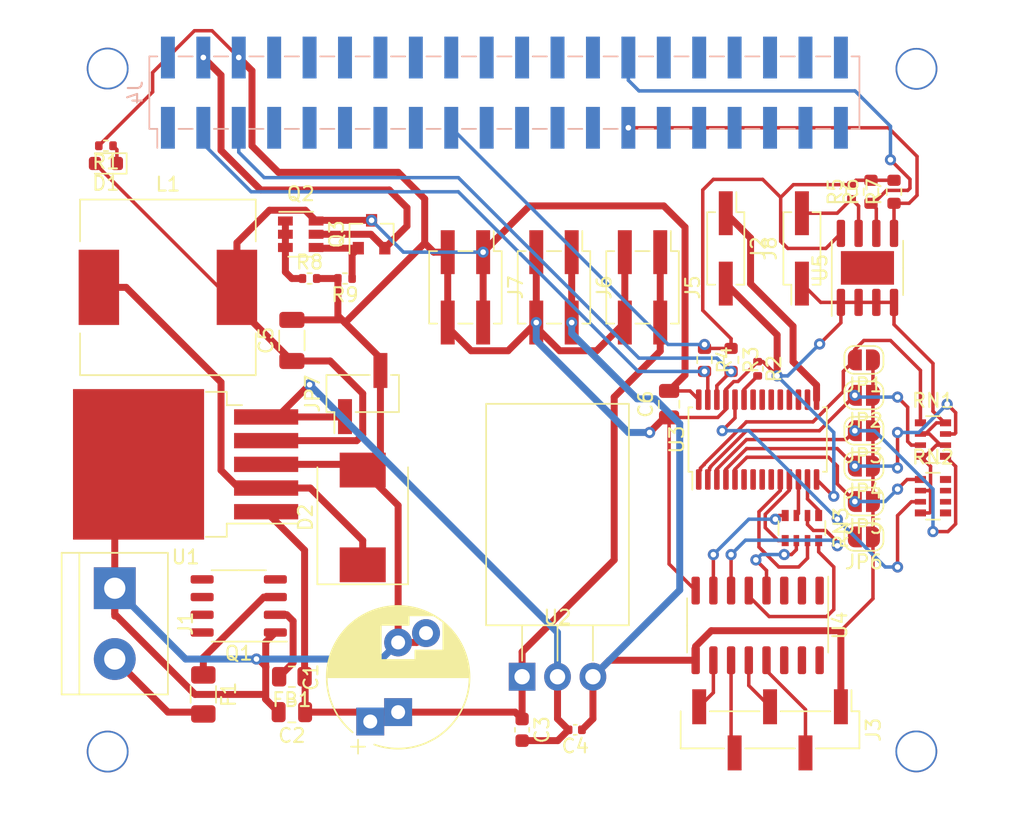
<source format=kicad_pcb>
(kicad_pcb (version 20171130) (host pcbnew "(5.1.8-0-10_14)")
  (layers (0 F.Cu signal) (31 B.Cu signal) (34 B.Paste user) (35 F.Paste user) (36 B.SilkS user) (37 F.SilkS user) (38 B.Mask user) (39 F.Mask user) (44 Edge.Cuts user))
  (net 0 "")
  (net 1 GND)
  (net 2 +24V)
  (net 3 /SWITCHABLE_GND)
  (net 4 "Net-(D1-Pad1)")
  (net 5 "Net-(D2-Pad1)")
  (net 6 "Net-(F1-Pad2)")
  (net 7 "Net-(F1-Pad1)")
  (net 8 "Net-(FB1-Pad2)")
  (net 9 FAN_VCC)
  (net 10 "Net-(J3-Pad4)")
  (net 11 "Net-(J3-Pad2)")
  (net 12 "Net-(J3-Pad5)")
  (net 13 "Net-(J3-Pad3)")
  (net 14 "Net-(J4-Pad40)")
  (net 15 "Net-(J4-Pad39)")
  (net 16 "Net-(J4-Pad38)")
  (net 17 "Net-(J4-Pad37)")
  (net 18 "Net-(J4-Pad36)")
  (net 19 "Net-(J4-Pad35)")
  (net 20 "Net-(J4-Pad34)")
  (net 21 "Net-(J4-Pad33)")
  (net 22 "Net-(J4-Pad32)")
  (net 23 "Net-(J4-Pad31)")
  (net 24 "Net-(J4-Pad30)")
  (net 25 "Net-(J4-Pad29)")
  (net 26 "Net-(J4-Pad26)")
  (net 27 "Net-(J4-Pad25)")
  (net 28 "Net-(J4-Pad24)")
  (net 29 "Net-(J4-Pad23)")
  (net 30 "Net-(J4-Pad22)")
  (net 31 "Net-(J4-Pad21)")
  (net 32 "Net-(J4-Pad20)")
  (net 33 "Net-(J4-Pad19)")
  (net 34 "Net-(J4-Pad18)")
  (net 35 +3V3)
  (net 36 "Net-(J4-Pad16)")
  (net 37 "Net-(J4-Pad15)")
  (net 38 "Net-(J4-Pad14)")
  (net 39 "Net-(J4-Pad13)")
  (net 40 "Net-(J4-Pad12)")
  (net 41 "Net-(J4-Pad11)")
  (net 42 "Net-(J4-Pad10)")
  (net 43 "Net-(J4-Pad9)")
  (net 44 "Net-(J4-Pad8)")
  (net 45 "Net-(J4-Pad7)")
  (net 46 SCL)
  (net 47 SDA)
  (net 48 A0)
  (net 49 A1)
  (net 50 A2)
  (net 51 A3)
  (net 52 A4)
  (net 53 A5)
  (net 54 "Net-(R2-Pad2)")
  (net 55 LED_B)
  (net 56 "Net-(RN3-Pad6)")
  (net 57 "Net-(RN3-Pad8)")
  (net 58 LED_W)
  (net 59 "Net-(RN3-Pad4)")
  (net 60 "Net-(RN3-Pad2)")
  (net 61 LED_G)
  (net 62 LED_R)
  (net 63 "Net-(U3-Pad22)")
  (net 64 "Net-(U3-Pad21)")
  (net 65 "Net-(U3-Pad20)")
  (net 66 "Net-(U3-Pad19)")
  (net 67 "Net-(U3-Pad18)")
  (net 68 "Net-(U3-Pad17)")
  (net 69 "Net-(U3-Pad16)")
  (net 70 "Net-(U3-Pad9)")
  (net 71 "Net-(U3-Pad8)")
  (net 72 "Net-(U3-Pad7)")
  (net 73 "Net-(U3-Pad6)")
  (net 74 "Net-(U4-Pad16)")
  (net 75 "Net-(U4-Pad15)")
  (net 76 "Net-(U4-Pad14)")
  (net 77 "Net-(U4-Pad3)")
  (net 78 "Net-(U4-Pad2)")
  (net 79 "Net-(U4-Pad1)")
  (net 80 +12V)
  (net 81 +5V)
  (net 82 ID_SC_EEPROM)
  (net 83 ID_SD_EEPROM)
  (net 84 VCC5_PROTECTED)
  (net 85 "Net-(J8-Pad2)")
  (net 86 "Net-(Q2-Pad4)")
  (net 87 "Net-(Q2-Pad1)")
  (module Package_SO:TSSOP-28_4.4x9.7mm_P0.65mm (layer F.Cu) (at 128.651 90.932 90)
    (fp_text reference U3 (at 0 -5.8 90) (layer F.SilkS))
    (fp_text value PCA9685PW)
    (pad 28 smd roundrect (at 2.8625 -4.225 90) (size 1.475 0.4) (layers F.Cu F.Paste F.Mask) (net 81 +5V))
    (pad 27 smd roundrect (at 2.8625 -3.575 90) (size 1.475 0.4) (layers F.Cu F.Paste F.Mask) (net 47 SDA))
    (pad 26 smd roundrect (at 2.8625 -2.925 90) (size 1.475 0.4) (layers F.Cu F.Paste F.Mask) (net 46 SCL))
    (pad 25 smd roundrect (at 2.8625 -2.275 90) (size 1.475 0.4) (layers F.Cu F.Paste F.Mask) (net 1 GND))
    (pad 24 smd roundrect (at 2.8625 -1.625 90) (size 1.475 0.4) (layers F.Cu F.Paste F.Mask) (net 53 A5))
    (pad 23 smd roundrect (at 2.8625 -0.975 90) (size 1.475 0.4) (layers F.Cu F.Paste F.Mask) (net 54 "Net-(R2-Pad2)"))
    (pad 22 smd roundrect (at 2.8625 -0.325 90) (size 1.475 0.4) (layers F.Cu F.Paste F.Mask) (net 63 "Net-(U3-Pad22)"))
    (pad 21 smd roundrect (at 2.8625 0.325 90) (size 1.475 0.4) (layers F.Cu F.Paste F.Mask) (net 64 "Net-(U3-Pad21)"))
    (pad 20 smd roundrect (at 2.8625 0.975 90) (size 1.475 0.4) (layers F.Cu F.Paste F.Mask) (net 65 "Net-(U3-Pad20)"))
    (pad 19 smd roundrect (at 2.8625 1.625 90) (size 1.475 0.4) (layers F.Cu F.Paste F.Mask) (net 66 "Net-(U3-Pad19)"))
    (pad 18 smd roundrect (at 2.8625 2.275 90) (size 1.475 0.4) (layers F.Cu F.Paste F.Mask) (net 67 "Net-(U3-Pad18)"))
    (pad 17 smd roundrect (at 2.8625 2.925 90) (size 1.475 0.4) (layers F.Cu F.Paste F.Mask) (net 68 "Net-(U3-Pad17)"))
    (pad 16 smd roundrect (at 2.8625 3.575 90) (size 1.475 0.4) (layers F.Cu F.Paste F.Mask) (net 69 "Net-(U3-Pad16)"))
    (pad 15 smd roundrect (at 2.8625 4.225 90) (size 1.475 0.4) (layers F.Cu F.Paste F.Mask) (net 9 FAN_VCC))
    (pad 14 smd roundrect (at -2.8625 4.225 90) (size 1.475 0.4) (layers F.Cu F.Paste F.Mask) (net 1 GND))
    (pad 13 smd roundrect (at -2.8625 3.575 90) (size 1.475 0.4) (layers F.Cu F.Paste F.Mask) (net 58 LED_W))
    (pad 12 smd roundrect (at -2.8625 2.925 90) (size 1.475 0.4) (layers F.Cu F.Paste F.Mask) (net 55 LED_B))
    (pad 11 smd roundrect (at -2.8625 2.275 90) (size 1.475 0.4) (layers F.Cu F.Paste F.Mask) (net 61 LED_G))
    (pad 10 smd roundrect (at -2.8625 1.625 90) (size 1.475 0.4) (layers F.Cu F.Paste F.Mask) (net 62 LED_R))
    (pad 9 smd roundrect (at -2.8625 0.975 90) (size 1.475 0.4) (layers F.Cu F.Paste F.Mask) (net 70 "Net-(U3-Pad9)"))
    (pad 8 smd roundrect (at -2.8625 0.325 90) (size 1.475 0.4) (layers F.Cu F.Paste F.Mask) (net 71 "Net-(U3-Pad8)"))
    (pad 7 smd roundrect (at -2.8625 -0.325 90) (size 1.475 0.4) (layers F.Cu F.Paste F.Mask) (net 72 "Net-(U3-Pad7)"))
    (pad 6 smd roundrect (at -2.8625 -0.975 90) (size 1.475 0.4) (layers F.Cu F.Paste F.Mask) (net 73 "Net-(U3-Pad6)"))
    (pad 5 smd roundrect (at -2.8625 -1.625 90) (size 1.475 0.4) (layers F.Cu F.Paste F.Mask) (net 52 A4))
    (pad 4 smd roundrect (at -2.8625 -2.275 90) (size 1.475 0.4) (layers F.Cu F.Paste F.Mask) (net 51 A3))
    (pad 3 smd roundrect (at -2.8625 -2.925 90) (size 1.475 0.4) (layers F.Cu F.Paste F.Mask) (net 50 A2))
    (pad 2 smd roundrect (at -2.8625 -3.575 90) (size 1.475 0.4) (layers F.Cu F.Paste F.Mask) (net 49 A1))
    (pad 1 smd roundrect (at -2.8625 -4.225 90) (size 1.475 0.4) (layers F.Cu F.Paste F.Mask) (net 48 A0))
  )
  (module Connector_PinSocket_2.54mm:PinSocket_2x20_P2.54mm_Vertical_SMD (layer B.Cu) (at 110.49 66.04 270)
    (fp_text reference J4 (at 0 26.46 270) (layer B.SilkS) (effects (justify mirror)))
    (fp_text value Raspberry_Pi_2_3)
    (pad 40 smd rect (at -2.52 -24.13 270) (size 3 1) (layers B.Cu B.Paste B.Mask) (net 14 "Net-(J4-Pad40)"))
    (pad 39 smd rect (at 2.52 -24.13 270) (size 3 1) (layers B.Cu B.Paste B.Mask) (net 15 "Net-(J4-Pad39)"))
    (pad 38 smd rect (at -2.52 -21.59 270) (size 3 1) (layers B.Cu B.Paste B.Mask) (net 16 "Net-(J4-Pad38)"))
    (pad 37 smd rect (at 2.52 -21.59 270) (size 3 1) (layers B.Cu B.Paste B.Mask) (net 17 "Net-(J4-Pad37)"))
    (pad 36 smd rect (at -2.52 -19.05 270) (size 3 1) (layers B.Cu B.Paste B.Mask) (net 18 "Net-(J4-Pad36)"))
    (pad 35 smd rect (at 2.52 -19.05 270) (size 3 1) (layers B.Cu B.Paste B.Mask) (net 19 "Net-(J4-Pad35)"))
    (pad 34 smd rect (at -2.52 -16.51 270) (size 3 1) (layers B.Cu B.Paste B.Mask) (net 20 "Net-(J4-Pad34)"))
    (pad 33 smd rect (at 2.52 -16.51 270) (size 3 1) (layers B.Cu B.Paste B.Mask) (net 21 "Net-(J4-Pad33)"))
    (pad 32 smd rect (at -2.52 -13.97 270) (size 3 1) (layers B.Cu B.Paste B.Mask) (net 22 "Net-(J4-Pad32)"))
    (pad 31 smd rect (at 2.52 -13.97 270) (size 3 1) (layers B.Cu B.Paste B.Mask) (net 23 "Net-(J4-Pad31)"))
    (pad 30 smd rect (at -2.52 -11.43 270) (size 3 1) (layers B.Cu B.Paste B.Mask) (net 24 "Net-(J4-Pad30)"))
    (pad 29 smd rect (at 2.52 -11.43 270) (size 3 1) (layers B.Cu B.Paste B.Mask) (net 25 "Net-(J4-Pad29)"))
    (pad 28 smd rect (at -2.52 -8.89 270) (size 3 1) (layers B.Cu B.Paste B.Mask) (net 82 ID_SC_EEPROM))
    (pad 27 smd rect (at 2.52 -8.89 270) (size 3 1) (layers B.Cu B.Paste B.Mask) (net 83 ID_SD_EEPROM))
    (pad 26 smd rect (at -2.52 -6.35 270) (size 3 1) (layers B.Cu B.Paste B.Mask) (net 26 "Net-(J4-Pad26)"))
    (pad 25 smd rect (at 2.52 -6.35 270) (size 3 1) (layers B.Cu B.Paste B.Mask) (net 27 "Net-(J4-Pad25)"))
    (pad 24 smd rect (at -2.52 -3.81 270) (size 3 1) (layers B.Cu B.Paste B.Mask) (net 28 "Net-(J4-Pad24)"))
    (pad 23 smd rect (at 2.52 -3.81 270) (size 3 1) (layers B.Cu B.Paste B.Mask) (net 29 "Net-(J4-Pad23)"))
    (pad 22 smd rect (at -2.52 -1.27 270) (size 3 1) (layers B.Cu B.Paste B.Mask) (net 30 "Net-(J4-Pad22)"))
    (pad 21 smd rect (at 2.52 -1.27 270) (size 3 1) (layers B.Cu B.Paste B.Mask) (net 31 "Net-(J4-Pad21)"))
    (pad 20 smd rect (at -2.52 1.27 270) (size 3 1) (layers B.Cu B.Paste B.Mask) (net 32 "Net-(J4-Pad20)"))
    (pad 19 smd rect (at 2.52 1.27 270) (size 3 1) (layers B.Cu B.Paste B.Mask) (net 33 "Net-(J4-Pad19)"))
    (pad 18 smd rect (at -2.52 3.81 270) (size 3 1) (layers B.Cu B.Paste B.Mask) (net 34 "Net-(J4-Pad18)"))
    (pad 17 smd rect (at 2.52 3.81 270) (size 3 1) (layers B.Cu B.Paste B.Mask) (net 35 +3V3))
    (pad 16 smd rect (at -2.52 6.35 270) (size 3 1) (layers B.Cu B.Paste B.Mask) (net 36 "Net-(J4-Pad16)"))
    (pad 15 smd rect (at 2.52 6.35 270) (size 3 1) (layers B.Cu B.Paste B.Mask) (net 37 "Net-(J4-Pad15)"))
    (pad 14 smd rect (at -2.52 8.89 270) (size 3 1) (layers B.Cu B.Paste B.Mask) (net 38 "Net-(J4-Pad14)"))
    (pad 13 smd rect (at 2.52 8.89 270) (size 3 1) (layers B.Cu B.Paste B.Mask) (net 39 "Net-(J4-Pad13)"))
    (pad 12 smd rect (at -2.52 11.43 270) (size 3 1) (layers B.Cu B.Paste B.Mask) (net 40 "Net-(J4-Pad12)"))
    (pad 11 smd rect (at 2.52 11.43 270) (size 3 1) (layers B.Cu B.Paste B.Mask) (net 41 "Net-(J4-Pad11)"))
    (pad 10 smd rect (at -2.52 13.97 270) (size 3 1) (layers B.Cu B.Paste B.Mask) (net 42 "Net-(J4-Pad10)"))
    (pad 9 smd rect (at 2.52 13.97 270) (size 3 1) (layers B.Cu B.Paste B.Mask) (net 43 "Net-(J4-Pad9)"))
    (pad 8 smd rect (at -2.52 16.51 270) (size 3 1) (layers B.Cu B.Paste B.Mask) (net 44 "Net-(J4-Pad8)"))
    (pad 7 smd rect (at 2.52 16.51 270) (size 3 1) (layers B.Cu B.Paste B.Mask) (net 45 "Net-(J4-Pad7)"))
    (pad 6 smd rect (at -2.52 19.05 270) (size 3 1) (layers B.Cu B.Paste B.Mask) (net 1 GND))
    (pad 5 smd rect (at 2.52 19.05 270) (size 3 1) (layers B.Cu B.Paste B.Mask) (net 46 SCL))
    (pad 4 smd rect (at -2.52 21.59 270) (size 3 1) (layers B.Cu B.Paste B.Mask) (net 84 VCC5_PROTECTED))
    (pad 3 smd rect (at 2.52 21.59 270) (size 3 1) (layers B.Cu B.Paste B.Mask) (net 47 SDA))
    (pad 2 smd rect (at -2.52 24.13 270) (size 3 1) (layers B.Cu B.Paste B.Mask) (net 84 VCC5_PROTECTED))
    (pad 1 smd rect (at 2.52 24.13 270) (size 3 1) (layers B.Cu B.Paste B.Mask) (net 35 +3V3))
  )
  (module Package_TO_SOT_THT:TO-220-3_Horizontal_TabDown (layer F.Cu) (at 111.76 107.95)
    (fp_text reference U2 (at 2.54 -4.27) (layer F.SilkS))
    (fp_text value LM7812_TO220)
    (pad 3 thru_hole oval (at 5.08 0) (size 1.905 2) (drill 1.1) (layers *.Cu *.Mask) (net 80 +12V))
    (pad 2 thru_hole oval (at 2.54 0) (size 1.905 2) (drill 1.1) (layers *.Cu *.Mask) (net 3 /SWITCHABLE_GND))
    (pad 1 thru_hole rect (at 0 0) (size 1.905 2) (drill 1.1) (layers *.Cu *.Mask) (net 2 +24V))
    (pad "" np_thru_hole oval (at 2.54 -16.66) (size 3.5 3.5) (drill 3.5) (layers *.Cu *.Mask))
  )
  (module Package_SO:SOIC-8-1EP_3.9x4.9mm_P1.27mm_EP2.41x3.81mm (layer F.Cu) (at 136.525 78.613 90)
    (fp_text reference U5 (at 0 -3.4 90) (layer F.SilkS))
    (fp_text value CAT24C32)
    (pad 9 smd rect (at 0 0 90) (size 2.41 3.81) (layers F.Cu F.Mask))
    (pad 8 smd roundrect (at 2.475 -1.905 90) (size 1.95 0.6) (layers F.Cu F.Paste F.Mask) (net 35 +3V3))
    (pad 7 smd roundrect (at 2.475 -0.635 90) (size 1.95 0.6) (layers F.Cu F.Paste F.Mask) (net 85 "Net-(J8-Pad2)"))
    (pad 6 smd roundrect (at 2.475 0.635 90) (size 1.95 0.6) (layers F.Cu F.Paste F.Mask) (net 82 ID_SC_EEPROM))
    (pad 5 smd roundrect (at 2.475 1.905 90) (size 1.95 0.6) (layers F.Cu F.Paste F.Mask) (net 83 ID_SD_EEPROM))
    (pad 4 smd roundrect (at -2.475 1.905 90) (size 1.95 0.6) (layers F.Cu F.Paste F.Mask) (net 1 GND))
    (pad 3 smd roundrect (at -2.475 0.635 90) (size 1.95 0.6) (layers F.Cu F.Paste F.Mask) (net 1 GND))
    (pad 2 smd roundrect (at -2.475 -0.635 90) (size 1.95 0.6) (layers F.Cu F.Paste F.Mask) (net 1 GND))
    (pad 1 smd roundrect (at -2.475 -1.905 90) (size 1.95 0.6) (layers F.Cu F.Paste F.Mask) (net 1 GND))
  )
  (module Package_SO:SOP-16_3.9x9.9mm_P1.27mm (layer F.Cu) (at 128.651 104.267 270)
    (fp_text reference U4 (at 0 -5.9 90) (layer F.SilkS))
    (fp_text value ULN2003A)
    (pad 16 smd roundrect (at 2.5 -4.445 270) (size 2 0.6) (layers F.Cu F.Paste F.Mask) (net 74 "Net-(U4-Pad16)"))
    (pad 15 smd roundrect (at 2.5 -3.175 270) (size 2 0.6) (layers F.Cu F.Paste F.Mask) (net 75 "Net-(U4-Pad15)"))
    (pad 14 smd roundrect (at 2.5 -1.905 270) (size 2 0.6) (layers F.Cu F.Paste F.Mask) (net 76 "Net-(U4-Pad14)"))
    (pad 13 smd roundrect (at 2.5 -0.635 270) (size 2 0.6) (layers F.Cu F.Paste F.Mask) (net 11 "Net-(J3-Pad2)"))
    (pad 12 smd roundrect (at 2.5 0.635 270) (size 2 0.6) (layers F.Cu F.Paste F.Mask) (net 13 "Net-(J3-Pad3)"))
    (pad 11 smd roundrect (at 2.5 1.905 270) (size 2 0.6) (layers F.Cu F.Paste F.Mask) (net 10 "Net-(J3-Pad4)"))
    (pad 10 smd roundrect (at 2.5 3.175 270) (size 2 0.6) (layers F.Cu F.Paste F.Mask) (net 12 "Net-(J3-Pad5)"))
    (pad 9 smd roundrect (at 2.5 4.445 270) (size 2 0.6) (layers F.Cu F.Paste F.Mask) (net 80 +12V))
    (pad 8 smd roundrect (at -2.5 4.445 270) (size 2 0.6) (layers F.Cu F.Paste F.Mask) (net 1 GND))
    (pad 7 smd roundrect (at -2.5 3.175 270) (size 2 0.6) (layers F.Cu F.Paste F.Mask) (net 59 "Net-(RN3-Pad4)"))
    (pad 6 smd roundrect (at -2.5 1.905 270) (size 2 0.6) (layers F.Cu F.Paste F.Mask) (net 60 "Net-(RN3-Pad2)"))
    (pad 5 smd roundrect (at -2.5 0.635 270) (size 2 0.6) (layers F.Cu F.Paste F.Mask) (net 57 "Net-(RN3-Pad8)"))
    (pad 4 smd roundrect (at -2.5 -0.635 270) (size 2 0.6) (layers F.Cu F.Paste F.Mask) (net 56 "Net-(RN3-Pad6)"))
    (pad 3 smd roundrect (at -2.5 -1.905 270) (size 2 0.6) (layers F.Cu F.Paste F.Mask) (net 77 "Net-(U4-Pad3)"))
    (pad 2 smd roundrect (at -2.5 -3.175 270) (size 2 0.6) (layers F.Cu F.Paste F.Mask) (net 78 "Net-(U4-Pad2)"))
    (pad 1 smd roundrect (at -2.5 -4.445 270) (size 2 0.6) (layers F.Cu F.Paste F.Mask) (net 79 "Net-(U4-Pad1)"))
  )
  (module Package_TO_SOT_SMD:TO-263-5_TabPin3 (layer F.Cu) (at 87.63 92.71 180)
    (fp_text reference U1 (at 0 -6.65) (layer F.SilkS))
    (fp_text value LM2596S-5)
    (pad 3 smd rect (at 3.375 0 180) (size 9.4 10.8) (layers F.Cu F.Mask) (net 1 GND))
    (pad 5 smd rect (at -5.775 3.4 180) (size 4.6 1.1) (layers F.Cu F.Paste F.Mask) (net 3 /SWITCHABLE_GND))
    (pad 4 smd rect (at -5.775 1.7 180) (size 4.6 1.1) (layers F.Cu F.Paste F.Mask) (net 81 +5V))
    (pad 3 smd rect (at -5.775 0 180) (size 4.6 1.1) (layers F.Cu F.Paste F.Mask) (net 1 GND))
    (pad 2 smd rect (at -5.775 -1.7 180) (size 4.6 1.1) (layers F.Cu F.Paste F.Mask) (net 5 "Net-(D2-Pad1)"))
    (pad 1 smd rect (at -5.775 -3.4 180) (size 4.6 1.1) (layers F.Cu F.Paste F.Mask) (net 2 +24V))
  )
  (module Resistor_SMD:R_Array_Convex_4x0603 (layer F.Cu) (at 131.826 97.282 270)
    (fp_text reference RN3 (at 0 -2.8 90) (layer F.SilkS))
    (fp_text value 10k)
    (pad 5 smd rect (at 0.9 1.2 270) (size 0.8 0.5) (layers F.Cu F.Paste F.Mask) (net 61 LED_G))
    (pad 6 smd rect (at 0.9 0.4 270) (size 0.8 0.4) (layers F.Cu F.Paste F.Mask) (net 56 "Net-(RN3-Pad6)"))
    (pad 8 smd rect (at 0.9 -1.2 270) (size 0.8 0.5) (layers F.Cu F.Paste F.Mask) (net 57 "Net-(RN3-Pad8)"))
    (pad 7 smd rect (at 0.9 -0.4 270) (size 0.8 0.4) (layers F.Cu F.Paste F.Mask) (net 62 LED_R))
    (pad 4 smd rect (at -0.9 1.2 270) (size 0.8 0.5) (layers F.Cu F.Paste F.Mask) (net 59 "Net-(RN3-Pad4)"))
    (pad 2 smd rect (at -0.9 -0.4 270) (size 0.8 0.4) (layers F.Cu F.Paste F.Mask) (net 60 "Net-(RN3-Pad2)"))
    (pad 3 smd rect (at -0.9 0.4 270) (size 0.8 0.4) (layers F.Cu F.Paste F.Mask) (net 55 LED_B))
    (pad 1 smd rect (at -0.9 -1.2 270) (size 0.8 0.5) (layers F.Cu F.Paste F.Mask) (net 58 LED_W))
  )
  (module Resistor_SMD:R_Array_Convex_4x0603 (layer F.Cu) (at 141.224 94.996)
    (fp_text reference RN2 (at 0 -2.8) (layer F.SilkS))
    (fp_text value 10k)
    (pad 5 smd rect (at 0.9 1.2) (size 0.8 0.5) (layers F.Cu F.Paste F.Mask))
    (pad 6 smd rect (at 0.9 0.4) (size 0.8 0.4) (layers F.Cu F.Paste F.Mask))
    (pad 8 smd rect (at 0.9 -1.2) (size 0.8 0.5) (layers F.Cu F.Paste F.Mask))
    (pad 7 smd rect (at 0.9 -0.4) (size 0.8 0.4) (layers F.Cu F.Paste F.Mask))
    (pad 4 smd rect (at -0.9 1.2) (size 0.8 0.5) (layers F.Cu F.Paste F.Mask) (net 1 GND))
    (pad 2 smd rect (at -0.9 -0.4) (size 0.8 0.4) (layers F.Cu F.Paste F.Mask) (net 1 GND))
    (pad 3 smd rect (at -0.9 0.4) (size 0.8 0.4) (layers F.Cu F.Paste F.Mask) (net 53 A5))
    (pad 1 smd rect (at -0.9 -1.2) (size 0.8 0.5) (layers F.Cu F.Paste F.Mask) (net 52 A4))
  )
  (module Resistor_SMD:R_Array_Convex_4x0603 (layer F.Cu) (at 141.224 90.932)
    (fp_text reference RN1 (at 0 -2.8) (layer F.SilkS))
    (fp_text value 10k)
    (pad 5 smd rect (at 0.9 1.2) (size 0.8 0.5) (layers F.Cu F.Paste F.Mask) (net 50 A2))
    (pad 6 smd rect (at 0.9 0.4) (size 0.8 0.4) (layers F.Cu F.Paste F.Mask) (net 1 GND))
    (pad 8 smd rect (at 0.9 -1.2) (size 0.8 0.5) (layers F.Cu F.Paste F.Mask) (net 1 GND))
    (pad 7 smd rect (at 0.9 -0.4) (size 0.8 0.4) (layers F.Cu F.Paste F.Mask) (net 51 A3))
    (pad 4 smd rect (at -0.9 1.2) (size 0.8 0.5) (layers F.Cu F.Paste F.Mask) (net 1 GND))
    (pad 2 smd rect (at -0.9 -0.4) (size 0.8 0.4) (layers F.Cu F.Paste F.Mask) (net 1 GND))
    (pad 3 smd rect (at -0.9 0.4) (size 0.8 0.4) (layers F.Cu F.Paste F.Mask) (net 49 A1))
    (pad 1 smd rect (at -0.9 -1.2) (size 0.8 0.5) (layers F.Cu F.Paste F.Mask) (net 48 A0))
  )
  (module Resistor_SMD:R_0402_1005Metric (layer F.Cu) (at 99.06 79.375 180)
    (fp_text reference R9 (at 0 -1.17) (layer F.SilkS))
    (fp_text value 10K)
    (pad 2 smd roundrect (at 0.51 0 180) (size 0.54 0.64) (layers F.Cu F.Paste F.Mask) (net 1 GND))
    (pad 1 smd roundrect (at -0.51 0 180) (size 0.54 0.64) (layers F.Cu F.Paste F.Mask) (net 86 "Net-(Q2-Pad4)"))
  )
  (module Resistor_SMD:R_0402_1005Metric (layer F.Cu) (at 96.52 79.375)
    (fp_text reference R8 (at 0 -1.17) (layer F.SilkS))
    (fp_text value 10K)
    (pad 2 smd roundrect (at 0.51 0) (size 0.54 0.64) (layers F.Cu F.Paste F.Mask) (net 1 GND))
    (pad 1 smd roundrect (at -0.51 0) (size 0.54 0.64) (layers F.Cu F.Paste F.Mask) (net 87 "Net-(Q2-Pad1)"))
  )
  (module Resistor_SMD:R_0603_1608Metric (layer F.Cu) (at 138.43 73.152 90)
    (fp_text reference R7 (at 0 -1.43 90) (layer F.SilkS))
    (fp_text value 3.9K)
    (pad 2 smd roundrect (at 0.825 0 90) (size 0.8 0.95) (layers F.Cu F.Paste F.Mask) (net 35 +3V3))
    (pad 1 smd roundrect (at -0.825 0 90) (size 0.8 0.95) (layers F.Cu F.Paste F.Mask) (net 83 ID_SD_EEPROM))
  )
  (module Resistor_SMD:R_0603_1608Metric (layer F.Cu) (at 136.779 73.152 90)
    (fp_text reference R6 (at 0 -1.43 90) (layer F.SilkS))
    (fp_text value 3.9K)
    (pad 2 smd roundrect (at 0.825 0 90) (size 0.8 0.95) (layers F.Cu F.Paste F.Mask) (net 35 +3V3))
    (pad 1 smd roundrect (at -0.825 0 90) (size 0.8 0.95) (layers F.Cu F.Paste F.Mask) (net 82 ID_SC_EEPROM))
  )
  (module Resistor_SMD:R_0402_1005Metric (layer F.Cu) (at 135.382 73.152 90)
    (fp_text reference R5 (at 0 -1.17 90) (layer F.SilkS))
    (fp_text value 10k)
    (pad 2 smd roundrect (at 0.51 0 90) (size 0.54 0.64) (layers F.Cu F.Paste F.Mask) (net 35 +3V3))
    (pad 1 smd roundrect (at -0.51 0 90) (size 0.54 0.64) (layers F.Cu F.Paste F.Mask) (net 85 "Net-(J8-Pad2)"))
  )
  (module Resistor_SMD:R_0603_1608Metric (layer F.Cu) (at 124.841 85.217 270)
    (fp_text reference R4 (at 0 -1.43 90) (layer F.SilkS))
    (fp_text value 2K2)
    (pad 2 smd roundrect (at 0.825 0 270) (size 0.8 0.95) (layers F.Cu F.Paste F.Mask) (net 47 SDA))
    (pad 1 smd roundrect (at -0.825 0 270) (size 0.8 0.95) (layers F.Cu F.Paste F.Mask) (net 35 +3V3))
  )
  (module Resistor_SMD:R_0603_1608Metric (layer F.Cu) (at 126.746 85.217 270)
    (fp_text reference R3 (at 0 -1.43 90) (layer F.SilkS))
    (fp_text value 2K2)
    (pad 2 smd roundrect (at 0.825 0 270) (size 0.8 0.95) (layers F.Cu F.Paste F.Mask) (net 46 SCL))
    (pad 1 smd roundrect (at -0.825 0 270) (size 0.8 0.95) (layers F.Cu F.Paste F.Mask) (net 35 +3V3))
  )
  (module Resistor_SMD:R_0402_1005Metric (layer F.Cu) (at 128.651 85.852 270)
    (fp_text reference R2 (at 0 -1.17 90) (layer F.SilkS))
    (fp_text value 10k)
    (pad 2 smd roundrect (at 0.51 0 270) (size 0.54 0.64) (layers F.Cu F.Paste F.Mask) (net 54 "Net-(R2-Pad2)"))
    (pad 1 smd roundrect (at -0.51 0 270) (size 0.54 0.64) (layers F.Cu F.Paste F.Mask) (net 1 GND))
  )
  (module Resistor_SMD:R_0402_1005Metric (layer F.Cu) (at 81.915 69.85 180)
    (fp_text reference R1 (at 0 -1.17) (layer F.SilkS))
    (fp_text value 470)
    (pad 2 smd roundrect (at 0.51 0 180) (size 0.54 0.64) (layers F.Cu F.Paste F.Mask) (net 1 GND))
    (pad 1 smd roundrect (at -0.51 0 180) (size 0.54 0.64) (layers F.Cu F.Paste F.Mask) (net 4 "Net-(D1-Pad1)"))
  )
  (module Package_TO_SOT_SMD:SOT-23 (layer F.Cu) (at 100.965 76.2 90)
    (fp_text reference Q3 (at 0 -2.5 90) (layer F.SilkS))
    (fp_text value DMG2305UX)
    (pad 3 smd rect (at 1 0 90) (size 0.9 0.8) (layers F.Cu F.Paste F.Mask) (net 81 +5V))
    (pad 2 smd rect (at -1 0.95 90) (size 0.9 0.8) (layers F.Cu F.Paste F.Mask) (net 84 VCC5_PROTECTED))
    (pad 1 smd rect (at -1 -0.95 90) (size 0.9 0.8) (layers F.Cu F.Paste F.Mask) (net 86 "Net-(Q2-Pad4)"))
  )
  (module Package_TO_SOT_SMD:SOT-23-6 (layer F.Cu) (at 95.885 76.2)
    (fp_text reference Q2 (at 0 -2.9) (layer F.SilkS))
    (fp_text value DMMT5401)
    (pad 5 smd rect (at 1.1 0) (size 1.06 0.65) (layers F.Cu F.Paste F.Mask) (net 84 VCC5_PROTECTED))
    (pad 6 smd rect (at 1.1 -0.95) (size 1.06 0.65) (layers F.Cu F.Paste F.Mask) (net 81 +5V))
    (pad 4 smd rect (at 1.1 0.95) (size 1.06 0.65) (layers F.Cu F.Paste F.Mask) (net 86 "Net-(Q2-Pad4)"))
    (pad 3 smd rect (at -1.1 0.95) (size 1.06 0.65) (layers F.Cu F.Paste F.Mask) (net 87 "Net-(Q2-Pad1)"))
    (pad 2 smd rect (at -1.1 0) (size 1.06 0.65) (layers F.Cu F.Paste F.Mask) (net 87 "Net-(Q2-Pad1)"))
    (pad 1 smd rect (at -1.1 -0.95) (size 1.06 0.65) (layers F.Cu F.Paste F.Mask) (net 87 "Net-(Q2-Pad1)"))
  )
  (module Package_SO:SOP-8_3.9x4.9mm_P1.27mm (layer F.Cu) (at 91.44 102.87 180)
    (fp_text reference Q1 (at 0 -3.4) (layer F.SilkS))
    (fp_text value AO4407C)
    (pad 8 smd roundrect (at 2.625 -1.905 180) (size 1.65 0.6) (layers F.Cu F.Paste F.Mask))
    (pad 7 smd roundrect (at 2.625 -0.635 180) (size 1.65 0.6) (layers F.Cu F.Paste F.Mask))
    (pad 6 smd roundrect (at 2.625 0.635 180) (size 1.65 0.6) (layers F.Cu F.Paste F.Mask))
    (pad 5 smd roundrect (at 2.625 1.905 180) (size 1.65 0.6) (layers F.Cu F.Paste F.Mask))
    (pad 4 smd roundrect (at -2.625 1.905 180) (size 1.65 0.6) (layers F.Cu F.Paste F.Mask))
    (pad 3 smd roundrect (at -2.625 0.635 180) (size 1.65 0.6) (layers F.Cu F.Paste F.Mask) (net 7 "Net-(F1-Pad1)"))
    (pad 2 smd roundrect (at -2.625 -0.635 180) (size 1.65 0.6) (layers F.Cu F.Paste F.Mask) (net 8 "Net-(FB1-Pad2)"))
    (pad 1 smd roundrect (at -2.625 -1.905 180) (size 1.65 0.6) (layers F.Cu F.Paste F.Mask) (net 1 GND))
  )
  (module Inductor_SMD:L_12x12mm_H8mm (layer F.Cu) (at 86.36 80.01)
    (fp_text reference L1 (at 0 -7.4) (layer F.SilkS))
    (fp_text value 33uH)
    (pad 2 smd rect (at 4.95 0) (size 2.9 5.4) (layers F.Cu F.Paste F.Mask) (net 81 +5V))
    (pad 1 smd rect (at -4.95 0) (size 2.9 5.4) (layers F.Cu F.Paste F.Mask) (net 5 "Net-(D2-Pad1)"))
  )
  (module Connector_PinHeader_2.54mm:PinHeader_1x02_P2.54mm_Vertical_SMD_Pin1Left (layer F.Cu) (at 100.33 87.63 90)
    (fp_text reference JP7 (at 0 -3.6 90) (layer F.SilkS))
    (fp_text value Jumper_2_Bridged)
    (pad 2 smd rect (at 1.655 1.27 90) (size 2.51 1) (layers F.Cu F.Paste F.Mask) (net 1 GND))
    (pad 1 smd rect (at -1.655 -1.27 90) (size 2.51 1) (layers F.Cu F.Paste F.Mask) (net 3 /SWITCHABLE_GND))
  )
  (module Jumper:SolderJumper-2_P1.3mm_Open_RoundedPad1.0x1.5mm (layer F.Cu) (at 136.271 97.917 180)
    (fp_text reference JP6 (at 0 -1.8) (layer F.SilkS))
    (fp_text value SJ_A3)
    (pad 2 smd custom (at 0.65 0 180) (size 1 0.5) (layers F.Cu F.Mask) (net 53 A5) (options (clearance outline) (anchor rect)) (primitives (gr_circle (center 0 0.25) (end 0.5 0.25) (width 0)) (gr_circle (center 0 -0.25) (end 0.5 -0.25) (width 0)) (gr_poly (pts (xy 0 -0.75) (xy -0.5 -0.75) (xy -0.5 0.75) (xy 0 0.75)) (width 0))))
    (pad 1 smd custom (at -0.65 0 180) (size 1 0.5) (layers F.Cu F.Mask) (net 80 +12V) (options (clearance outline) (anchor rect)) (primitives (gr_circle (center 0 0.25) (end 0.5 0.25) (width 0)) (gr_circle (center 0 -0.25) (end 0.5 -0.25) (width 0)) (gr_poly (pts (xy 0 -0.75) (xy 0.5 -0.75) (xy 0.5 0.75) (xy 0 0.75)) (width 0))))
  )
  (module Jumper:SolderJumper-2_P1.3mm_Open_RoundedPad1.0x1.5mm (layer F.Cu) (at 136.271 95.377 180)
    (fp_text reference JP5 (at 0 -1.8) (layer F.SilkS))
    (fp_text value SJ_A3)
    (pad 2 smd custom (at 0.65 0 180) (size 1 0.5) (layers F.Cu F.Mask) (net 52 A4) (options (clearance outline) (anchor rect)) (primitives (gr_circle (center 0 0.25) (end 0.5 0.25) (width 0)) (gr_circle (center 0 -0.25) (end 0.5 -0.25) (width 0)) (gr_poly (pts (xy 0 -0.75) (xy -0.5 -0.75) (xy -0.5 0.75) (xy 0 0.75)) (width 0))))
    (pad 1 smd custom (at -0.65 0 180) (size 1 0.5) (layers F.Cu F.Mask) (net 80 +12V) (options (clearance outline) (anchor rect)) (primitives (gr_circle (center 0 0.25) (end 0.5 0.25) (width 0)) (gr_circle (center 0 -0.25) (end 0.5 -0.25) (width 0)) (gr_poly (pts (xy 0 -0.75) (xy 0.5 -0.75) (xy 0.5 0.75) (xy 0 0.75)) (width 0))))
  )
  (module Jumper:SolderJumper-2_P1.3mm_Open_RoundedPad1.0x1.5mm (layer F.Cu) (at 136.271 92.837 180)
    (fp_text reference JP4 (at 0 -1.8) (layer F.SilkS))
    (fp_text value SJ_A3)
    (pad 2 smd custom (at 0.65 0 180) (size 1 0.5) (layers F.Cu F.Mask) (net 51 A3) (options (clearance outline) (anchor rect)) (primitives (gr_circle (center 0 0.25) (end 0.5 0.25) (width 0)) (gr_circle (center 0 -0.25) (end 0.5 -0.25) (width 0)) (gr_poly (pts (xy 0 -0.75) (xy -0.5 -0.75) (xy -0.5 0.75) (xy 0 0.75)) (width 0))))
    (pad 1 smd custom (at -0.65 0 180) (size 1 0.5) (layers F.Cu F.Mask) (net 80 +12V) (options (clearance outline) (anchor rect)) (primitives (gr_circle (center 0 0.25) (end 0.5 0.25) (width 0)) (gr_circle (center 0 -0.25) (end 0.5 -0.25) (width 0)) (gr_poly (pts (xy 0 -0.75) (xy 0.5 -0.75) (xy 0.5 0.75) (xy 0 0.75)) (width 0))))
  )
  (module Jumper:SolderJumper-2_P1.3mm_Open_RoundedPad1.0x1.5mm (layer F.Cu) (at 136.271 90.297 180)
    (fp_text reference JP3 (at 0 -1.8) (layer F.SilkS))
    (fp_text value SJ_A2)
    (pad 2 smd custom (at 0.65 0 180) (size 1 0.5) (layers F.Cu F.Mask) (net 50 A2) (options (clearance outline) (anchor rect)) (primitives (gr_circle (center 0 0.25) (end 0.5 0.25) (width 0)) (gr_circle (center 0 -0.25) (end 0.5 -0.25) (width 0)) (gr_poly (pts (xy 0 -0.75) (xy -0.5 -0.75) (xy -0.5 0.75) (xy 0 0.75)) (width 0))))
    (pad 1 smd custom (at -0.65 0 180) (size 1 0.5) (layers F.Cu F.Mask) (net 80 +12V) (options (clearance outline) (anchor rect)) (primitives (gr_circle (center 0 0.25) (end 0.5 0.25) (width 0)) (gr_circle (center 0 -0.25) (end 0.5 -0.25) (width 0)) (gr_poly (pts (xy 0 -0.75) (xy 0.5 -0.75) (xy 0.5 0.75) (xy 0 0.75)) (width 0))))
  )
  (module Jumper:SolderJumper-2_P1.3mm_Open_RoundedPad1.0x1.5mm (layer F.Cu) (at 136.271 87.757 180)
    (fp_text reference JP2 (at 0 -1.8) (layer F.SilkS))
    (fp_text value SJ_A1)
    (pad 2 smd custom (at 0.65 0 180) (size 1 0.5) (layers F.Cu F.Mask) (net 49 A1) (options (clearance outline) (anchor rect)) (primitives (gr_circle (center 0 0.25) (end 0.5 0.25) (width 0)) (gr_circle (center 0 -0.25) (end 0.5 -0.25) (width 0)) (gr_poly (pts (xy 0 -0.75) (xy -0.5 -0.75) (xy -0.5 0.75) (xy 0 0.75)) (width 0))))
    (pad 1 smd custom (at -0.65 0 180) (size 1 0.5) (layers F.Cu F.Mask) (net 80 +12V) (options (clearance outline) (anchor rect)) (primitives (gr_circle (center 0 0.25) (end 0.5 0.25) (width 0)) (gr_circle (center 0 -0.25) (end 0.5 -0.25) (width 0)) (gr_poly (pts (xy 0 -0.75) (xy 0.5 -0.75) (xy 0.5 0.75) (xy 0 0.75)) (width 0))))
  )
  (module Jumper:SolderJumper-2_P1.3mm_Open_RoundedPad1.0x1.5mm (layer F.Cu) (at 136.271 85.217 180)
    (fp_text reference JP1 (at 0 -1.8) (layer F.SilkS))
    (fp_text value SJ_A0)
    (pad 2 smd custom (at 0.65 0 180) (size 1 0.5) (layers F.Cu F.Mask) (net 48 A0) (options (clearance outline) (anchor rect)) (primitives (gr_circle (center 0 0.25) (end 0.5 0.25) (width 0)) (gr_circle (center 0 -0.25) (end 0.5 -0.25) (width 0)) (gr_poly (pts (xy 0 -0.75) (xy -0.5 -0.75) (xy -0.5 0.75) (xy 0 0.75)) (width 0))))
    (pad 1 smd custom (at -0.65 0 180) (size 1 0.5) (layers F.Cu F.Mask) (net 80 +12V) (options (clearance outline) (anchor rect)) (primitives (gr_circle (center 0 0.25) (end 0.5 0.25) (width 0)) (gr_circle (center 0 -0.25) (end 0.5 -0.25) (width 0)) (gr_poly (pts (xy 0 -0.75) (xy 0.5 -0.75) (xy 0.5 0.75) (xy 0 0.75)) (width 0))))
  )
  (module Connector_PinHeader_2.54mm:PinHeader_2x01_P2.54mm_Vertical_SMD (layer F.Cu) (at 131.826 77.216 90)
    (fp_text reference J8 (at 0 -2.33 90) (layer F.SilkS))
    (fp_text value "Jumper Write")
    (pad 2 smd rect (at 2.525 0 90) (size 3.15 1) (layers F.Cu F.Paste F.Mask) (net 85 "Net-(J8-Pad2)"))
    (pad 1 smd rect (at -2.525 0 90) (size 3.15 1) (layers F.Cu F.Paste F.Mask) (net 1 GND))
  )
  (module Connector_PinHeader_2.54mm:PinHeader_2x02_P2.54mm_Vertical_SMD (layer F.Cu) (at 107.696 80.01 270)
    (fp_text reference J7 (at 0 -3.6 90) (layer F.SilkS))
    (fp_text value JUMP_5V)
    (pad 4 smd rect (at 2.525 1.27 270) (size 3.15 1) (layers F.Cu F.Paste F.Mask) (net 1 GND))
    (pad 3 smd rect (at -2.525 1.27 270) (size 3.15 1) (layers F.Cu F.Paste F.Mask) (net 1 GND))
    (pad 2 smd rect (at 2.525 -1.27 270) (size 3.15 1) (layers F.Cu F.Paste F.Mask) (net 81 +5V))
    (pad 1 smd rect (at -2.525 -1.27 270) (size 3.15 1) (layers F.Cu F.Paste F.Mask) (net 81 +5V))
  )
  (module Connector_PinHeader_2.54mm:PinHeader_2x02_P2.54mm_Vertical_SMD (layer F.Cu) (at 114.046 80.01 270)
    (fp_text reference J6 (at 0 -3.6 90) (layer F.SilkS))
    (fp_text value JUMP_12V)
    (pad 4 smd rect (at 2.525 1.27 270) (size 3.15 1) (layers F.Cu F.Paste F.Mask) (net 1 GND))
    (pad 3 smd rect (at -2.525 1.27 270) (size 3.15 1) (layers F.Cu F.Paste F.Mask) (net 1 GND))
    (pad 2 smd rect (at 2.525 -1.27 270) (size 3.15 1) (layers F.Cu F.Paste F.Mask) (net 80 +12V))
    (pad 1 smd rect (at -2.525 -1.27 270) (size 3.15 1) (layers F.Cu F.Paste F.Mask) (net 80 +12V))
  )
  (module Connector_PinHeader_2.54mm:PinHeader_2x02_P2.54mm_Vertical_SMD (layer F.Cu) (at 120.396 80.01 270)
    (fp_text reference J5 (at 0 -3.6 90) (layer F.SilkS))
    (fp_text value JUMP_24V)
    (pad 4 smd rect (at 2.525 1.27 270) (size 3.15 1) (layers F.Cu F.Paste F.Mask) (net 1 GND))
    (pad 3 smd rect (at -2.525 1.27 270) (size 3.15 1) (layers F.Cu F.Paste F.Mask) (net 1 GND))
    (pad 2 smd rect (at 2.525 -1.27 270) (size 3.15 1) (layers F.Cu F.Paste F.Mask) (net 2 +24V))
    (pad 1 smd rect (at -2.525 -1.27 270) (size 3.15 1) (layers F.Cu F.Paste F.Mask) (net 2 +24V))
  )
  (module Connector_PinHeader_2.54mm:PinHeader_1x05_P2.54mm_Vertical_SMD_Pin1Left (layer F.Cu) (at 129.54 111.76 270)
    (fp_text reference J3 (at 0 -7.41 90) (layer F.SilkS))
    (fp_text value LEDSTRIP_CONN)
    (pad 4 smd rect (at 1.655 2.54 270) (size 2.51 1) (layers F.Cu F.Paste F.Mask) (net 10 "Net-(J3-Pad4)"))
    (pad 2 smd rect (at 1.655 -2.54 270) (size 2.51 1) (layers F.Cu F.Paste F.Mask) (net 11 "Net-(J3-Pad2)"))
    (pad 5 smd rect (at -1.655 5.08 270) (size 2.51 1) (layers F.Cu F.Paste F.Mask) (net 12 "Net-(J3-Pad5)"))
    (pad 3 smd rect (at -1.655 0 270) (size 2.51 1) (layers F.Cu F.Paste F.Mask) (net 13 "Net-(J3-Pad3)"))
    (pad 1 smd rect (at -1.655 -5.08 270) (size 2.51 1) (layers F.Cu F.Paste F.Mask) (net 80 +12V))
  )
  (module Connector_PinHeader_2.54mm:PinHeader_2x01_P2.54mm_Vertical_SMD (layer F.Cu) (at 126.365 77.216 270)
    (fp_text reference J2 (at 0 -2.33 90) (layer F.SilkS))
    (fp_text value Fan)
    (pad 2 smd rect (at 2.525 0 270) (size 3.15 1) (layers F.Cu F.Paste F.Mask) (net 1 GND))
    (pad 1 smd rect (at -2.525 0 270) (size 3.15 1) (layers F.Cu F.Paste F.Mask) (net 9 FAN_VCC))
  )
  (module TerminalBlock:TerminalBlock_bornier-2_P5.08mm (layer F.Cu) (at 82.55 101.6 270)
    (fp_text reference J1 (at 2.54 -5.08 90) (layer F.SilkS))
    (fp_text value INPUT)
    (pad 2 thru_hole circle (at 5.08 0 270) (size 3 3) (drill 1.52) (layers *.Cu *.Mask) (net 6 "Net-(F1-Pad2)"))
    (pad 1 thru_hole rect (at 0 0 270) (size 3 3) (drill 1.52) (layers *.Cu *.Mask) (net 1 GND))
  )
  (module project_footprints:NPTH_3mm_ID (layer F.Cu) (at 140.03 113.31)
    (fp_text reference H4 (at 0.06 0.09) (layer F.SilkS))
    (fp_text value 3mm_Mounting_Hole)
    (pad "" np_thru_hole circle (at 0 0) (size 3 3) (drill 2.75) (layers *.Cu *.Mask) (clearance 1.6))
  )
  (module project_footprints:NPTH_3mm_ID (layer F.Cu) (at 82.04 113.32)
    (fp_text reference H3 (at 0.06 0.09) (layer F.SilkS))
    (fp_text value 3mm_Mounting_Hole)
    (pad "" np_thru_hole circle (at 0 0) (size 3 3) (drill 2.75) (layers *.Cu *.Mask) (clearance 1.6))
  )
  (module project_footprints:NPTH_3mm_ID (layer F.Cu) (at 140.04 64.33)
    (fp_text reference H2 (at 0.06 0.09) (layer F.SilkS))
    (fp_text value 3mm_Mounting_Hole)
    (pad "" np_thru_hole circle (at 0 0) (size 3 3) (drill 2.75) (layers *.Cu *.Mask) (clearance 1.6))
  )
  (module project_footprints:NPTH_3mm_ID (layer F.Cu) (at 82.04 64.31)
    (fp_text reference H1 (at 0.06 0.09) (layer F.SilkS))
    (fp_text value 3mm_Mounting_Hole)
    (pad "" np_thru_hole circle (at 0 0) (size 3 3) (drill 2.75) (layers *.Cu *.Mask) (clearance 1.6))
  )
  (module Resistor_SMD:R_0805_2012Metric (layer F.Cu) (at 95.25 107.95 180)
    (fp_text reference FB1 (at 0 -1.65) (layer F.SilkS))
    (fp_text value "600 @ 600 MHz")
    (pad 2 smd roundrect (at 0.9125 0 180) (size 1.025 1.4) (layers F.Cu F.Paste F.Mask) (roundrect_rratio 0.243902) (net 8 "Net-(FB1-Pad2)"))
    (pad 1 smd roundrect (at -0.9125 0 180) (size 1.025 1.4) (layers F.Cu F.Paste F.Mask) (roundrect_rratio 0.243902) (net 2 +24V))
  )
  (module Fuse:Fuse_1206_3216Metric (layer F.Cu) (at 88.9 109.22 270)
    (fp_text reference F1 (at 0 -1.82 90) (layer F.SilkS))
    (fp_text value 1A)
    (pad 2 smd roundrect (at 1.4 0 270) (size 1.25 1.75) (layers F.Cu F.Paste F.Mask) (roundrect_rratio 0.2) (net 6 "Net-(F1-Pad2)"))
    (pad 1 smd roundrect (at -1.4 0 270) (size 1.25 1.75) (layers F.Cu F.Paste F.Mask) (roundrect_rratio 0.2) (net 7 "Net-(F1-Pad1)"))
  )
  (module Diode_SMD:D_SMC (layer F.Cu) (at 100.33 96.52 90)
    (fp_text reference D2 (at 0 -4.1 90) (layer F.SilkS))
    (fp_text value 1N5824)
    (pad 2 smd rect (at 3.4 0 180) (size 3.3 2.5) (layers F.Cu F.Paste F.Mask) (net 1 GND))
    (pad 1 smd rect (at -3.4 0 180) (size 3.3 2.5) (layers F.Cu F.Paste F.Mask) (net 5 "Net-(D2-Pad1)"))
  )
  (module LED_SMD:LED_0603_1608Metric (layer F.Cu) (at 81.915 71.12 180)
    (fp_text reference D1 (at 0 -1.43) (layer F.SilkS))
    (fp_text value GREEN)
    (pad 2 smd roundrect (at 0.7875 0 180) (size 0.875 0.95) (layers F.Cu F.Paste F.Mask) (net 81 +5V))
    (pad 1 smd roundrect (at -0.7875 0 180) (size 0.875 0.95) (layers F.Cu F.Paste F.Mask) (net 4 "Net-(D1-Pad1)"))
  )
  (module Capacitor_SMD:C_0805_2012Metric (layer F.Cu) (at 122.301 88.392 90)
    (fp_text reference C6 (at 0 -1.68 90) (layer F.SilkS))
    (fp_text value 10u)
    (pad 2 smd roundrect (at 0.95 0 90) (size 1 1.45) (layers F.Cu F.Paste F.Mask) (net 81 +5V))
    (pad 1 smd roundrect (at -0.95 0 90) (size 1 1.45) (layers F.Cu F.Paste F.Mask) (net 1 GND))
  )
  (module Capacitor_SMD:C_1206_3216Metric (layer F.Cu) (at 95.25 83.82 90)
    (fp_text reference C5 (at 0 -1.85 90) (layer F.SilkS))
    (fp_text value 220uF)
    (pad 2 smd roundrect (at 1.475 0 90) (size 1.15 1.8) (layers F.Cu F.Paste F.Mask) (roundrect_rratio 0.217391) (net 1 GND))
    (pad 1 smd roundrect (at -1.475 0 90) (size 1.15 1.8) (layers F.Cu F.Paste F.Mask) (roundrect_rratio 0.217391) (net 81 +5V))
  )
  (module Capacitor_SMD:C_0402_1005Metric (layer F.Cu) (at 115.57 111.76 180)
    (fp_text reference C4 (at 0 -1.16) (layer F.SilkS))
    (fp_text value 0.1uF)
    (pad 2 smd roundrect (at 0.48 0 180) (size 0.56 0.62) (layers F.Cu F.Paste F.Mask) (net 3 /SWITCHABLE_GND))
    (pad 1 smd roundrect (at -0.48 0 180) (size 0.56 0.62) (layers F.Cu F.Paste F.Mask) (net 80 +12V))
  )
  (module Capacitor_SMD:C_0603_1608Metric (layer F.Cu) (at 111.76 111.76 270)
    (fp_text reference C3 (at 0 -1.43 90) (layer F.SilkS))
    (fp_text value 0.33uF)
    (pad 2 smd roundrect (at 0.775 0 270) (size 0.9 0.95) (layers F.Cu F.Paste F.Mask) (net 3 /SWITCHABLE_GND))
    (pad 1 smd roundrect (at -0.775 0 270) (size 0.9 0.95) (layers F.Cu F.Paste F.Mask) (net 2 +24V))
  )
  (module Capacitor_SMD:C_0805_2012Metric (layer F.Cu) (at 95.25 110.49 180)
    (fp_text reference C2 (at 0 -1.68) (layer F.SilkS))
    (fp_text value 10u)
    (pad 2 smd roundrect (at 0.95 0 180) (size 1 1.45) (layers F.Cu F.Paste F.Mask) (net 1 GND))
    (pad 1 smd roundrect (at -0.95 0 180) (size 1 1.45) (layers F.Cu F.Paste F.Mask) (net 2 +24V))
  )
  (module Capacitor_THT:CP_Radial_D10.0mm_P5.00mm_P7.50mm (layer F.Cu) (at 102.87 110.49 90)
    (fp_text reference C1 (at 2.5 -6.25 90) (layer F.SilkS))
    (fp_text value 680uF)
    (pad 2 thru_hole circle (at 5.672144 2 90) (size 2 2) (drill 1) (layers *.Cu *.Mask) (net 1 GND))
    (pad 1 thru_hole rect (at -0.672144 -2 90) (size 2 2) (drill 1) (layers *.Cu *.Mask) (net 2 +24V))
    (pad 2 thru_hole circle (at 5 0 90) (size 2 2) (drill 1) (layers *.Cu *.Mask) (net 1 GND))
    (pad 1 thru_hole rect (at 0 0 90) (size 2 2) (drill 1) (layers *.Cu *.Mask) (net 2 +24V))
  )
  (segment (start 100.535 92.915) (end 100.33 93.12) (width 0.5) (layer F.Cu) (net 1))
  (segment (start 99.92 92.71) (end 100.33 93.12) (width 0.5) (layer F.Cu) (net 1))
  (segment (start 93.405 92.71) (end 99.92 92.71) (width 0.5) (layer F.Cu) (net 1))
  (segment (start 82.55 101.6) (end 83.185 100.965) (width 0.5) (layer F.Cu) (net 1))
  (segment (start 93.37499 109.56499) (end 94.3 110.49) (width 0.5) (layer F.Cu) (net 1))
  (segment (start 94.065 104.775) (end 93.37499 105.46501) (width 0.5) (layer F.Cu) (net 1))
  (segment (start 93.35499 109.54499) (end 94.3 110.49) (width 0.5) (layer F.Cu) (net 1))
  (segment (start 82.55 101.6) (end 82.55 103.6) (width 0.5) (layer F.Cu) (net 1))
  (segment (start 88.310034 109.22) (end 82.55 103.459966) (width 0.5) (layer F.Cu) (net 1))
  (segment (start 82.55 103.459966) (end 82.55 101.6) (width 0.5) (layer F.Cu) (net 1))
  (segment (start 93.35499 109.22) (end 88.310034 109.22) (width 0.5) (layer F.Cu) (net 1))
  (segment (start 104.197856 105.49) (end 104.87 104.817856) (width 0.5) (layer F.Cu) (net 1))
  (segment (start 102.87 105.49) (end 104.197856 105.49) (width 0.5) (layer F.Cu) (net 1))
  (segment (start 102.87 95.66) (end 100.33 93.12) (width 0.5) (layer F.Cu) (net 1))
  (segment (start 102.87 105.49) (end 102.87 95.66) (width 0.5) (layer F.Cu) (net 1))
  (via (at 92.71 106.68) (size 0.8) (drill 0.4) (layers F.Cu B.Cu) (net 1))
  (segment (start 92.844946 106.68) (end 92.71 106.68) (width 0.5) (layer F.Cu) (net 1))
  (segment (start 93.37499 107.28501) (end 93.37499 107.210044) (width 0.5) (layer F.Cu) (net 1))
  (segment (start 93.37499 107.28501) (end 93.37499 109.56499) (width 0.5) (layer F.Cu) (net 1))
  (segment (start 93.37499 107.210044) (end 92.844946 106.68) (width 0.5) (layer F.Cu) (net 1))
  (segment (start 93.37499 105.46501) (end 93.37499 107.28501) (width 0.5) (layer F.Cu) (net 1))
  (segment (start 87.63 106.68) (end 82.55 101.6) (width 0.5) (layer B.Cu) (net 1))
  (segment (start 92.71 106.68) (end 87.63 106.68) (width 0.5) (layer B.Cu) (net 1))
  (segment (start 82.55 94.415) (end 84.255 92.71) (width 0.5) (layer F.Cu) (net 1))
  (segment (start 82.55 101.6) (end 82.55 94.415) (width 0.5) (layer F.Cu) (net 1))
  (segment (start 101.6 91.85) (end 100.33 93.12) (width 0.5) (layer F.Cu) (net 1))
  (segment (start 101.6 85.975) (end 101.6 91.85) (width 0.5) (layer F.Cu) (net 1))
  (segment (start 101.6 85.975) (end 101.6 85.09) (width 0.5) (layer F.Cu) (net 1))
  (segment (start 98.855 82.345) (end 95.25 82.345) (width 0.5) (layer F.Cu) (net 1))
  (segment (start 98.55 79.375) (end 97.03 79.375) (width 0.5) (layer F.Cu) (net 1))
  (segment (start 98.55 82.04) (end 98.855 82.345) (width 0.5) (layer F.Cu) (net 1))
  (segment (start 98.55 79.375) (end 98.55 82.04) (width 0.5) (layer F.Cu) (net 1))
  (segment (start 92.390001 69.860003) (end 94.284998 71.755) (width 0.5) (layer F.Cu) (net 1))
  (segment (start 92.390001 64.465001) (end 92.390001 69.860003) (width 0.5) (layer F.Cu) (net 1))
  (segment (start 91.44 63.515) (end 91.44 63.515) (width 0.5) (layer F.Cu) (net 1))
  (segment (start 94.284998 71.755) (end 102.87 71.755) (width 0.5) (layer F.Cu) (net 1))
  (segment (start 102.87 71.755) (end 104.775 73.66) (width 0.5) (layer F.Cu) (net 1))
  (segment (start 104.775 76.835) (end 99.06 82.55) (width 0.5) (layer F.Cu) (net 1))
  (segment (start 99.06 82.55) (end 98.855 82.345) (width 0.5) (layer F.Cu) (net 1))
  (segment (start 104.775 73.66) (end 104.775 76.835) (width 0.5) (layer F.Cu) (net 1))
  (segment (start 101.6 85.09) (end 99.06 82.55) (width 0.5) (layer F.Cu) (net 1))
  (via (at 91.44 63.515) (size 0.8) (drill 0.4) (layers F.Cu B.Cu) (net 1))
  (segment (start 92.390001 64.465001) (end 91.44 63.515) (width 0.5) (layer F.Cu) (net 1))
  (segment (start 85.265001 65.989999) (end 85.265001 64.594999) (width 0.25) (layer F.Cu) (net 1))
  (segment (start 81.405 69.85) (end 85.265001 65.989999) (width 0.25) (layer F.Cu) (net 1))
  (segment (start 85.265001 64.594999) (end 88.265 61.595) (width 0.25) (layer F.Cu) (net 1))
  (segment (start 89.52 61.595) (end 91.44 63.515) (width 0.25) (layer F.Cu) (net 1))
  (segment (start 88.265 61.595) (end 89.52 61.595) (width 0.25) (layer F.Cu) (net 1))
  (segment (start 127.238468 86.76701) (end 128.651 85.354478) (width 0.25) (layer F.Cu) (net 1))
  (segment (start 126.94099 86.76701) (end 127.238468 86.76701) (width 0.25) (layer F.Cu) (net 1))
  (segment (start 126.376 87.332) (end 126.94099 86.76701) (width 0.25) (layer F.Cu) (net 1))
  (segment (start 128.651 85.354478) (end 128.651 85.342) (width 0.25) (layer F.Cu) (net 1))
  (segment (start 126.376 88.0695) (end 126.376 87.332) (width 0.25) (layer F.Cu) (net 1))
  (segment (start 125.787058 89.347) (end 122.301 89.347) (width 0.25) (layer F.Cu) (net 1))
  (segment (start 126.376 88.758058) (end 125.787058 89.347) (width 0.25) (layer F.Cu) (net 1))
  (segment (start 126.376 88.0695) (end 126.376 88.758058) (width 0.25) (layer F.Cu) (net 1))
  (segment (start 122.301 99.862) (end 122.301 89.342) (width 0.25) (layer F.Cu) (net 1))
  (segment (start 124.206 101.767) (end 122.301 99.862) (width 0.25) (layer F.Cu) (net 1))
  (via (at 130.048 86.36) (size 0.8) (drill 0.4) (layers F.Cu B.Cu) (net 1))
  (segment (start 129.03 85.342) (end 130.048 86.36) (width 0.25) (layer F.Cu) (net 1))
  (segment (start 128.651 85.342) (end 129.03 85.342) (width 0.25) (layer F.Cu) (net 1))
  (via (at 134.112 94.996) (size 0.8) (drill 0.4) (layers F.Cu B.Cu) (net 1))
  (segment (start 134.112 90.424) (end 134.112 94.996) (width 0.25) (layer B.Cu) (net 1))
  (segment (start 130.048 86.36) (end 134.112 90.424) (width 0.25) (layer B.Cu) (net 1))
  (segment (start 134.0775 94.996) (end 132.876 93.7945) (width 0.25) (layer F.Cu) (net 1))
  (segment (start 134.112 94.996) (end 134.0775 94.996) (width 0.25) (layer F.Cu) (net 1))
  (segment (start 141.049001 94.671001) (end 140.974 94.596) (width 0.25) (layer F.Cu) (net 1))
  (segment (start 141.049001 96.120999) (end 141.049001 94.671001) (width 0.25) (layer F.Cu) (net 1))
  (segment (start 140.974 96.196) (end 141.049001 96.120999) (width 0.25) (layer F.Cu) (net 1))
  (segment (start 140.324 96.196) (end 140.974 96.196) (width 0.25) (layer F.Cu) (net 1))
  (segment (start 141.049001 92.857001) (end 140.324 92.132) (width 0.25) (layer F.Cu) (net 1))
  (segment (start 140.974 94.596) (end 141.049001 94.520999) (width 0.25) (layer F.Cu) (net 1))
  (segment (start 141.049001 94.520999) (end 141.049001 92.857001) (width 0.25) (layer F.Cu) (net 1))
  (segment (start 140.324 94.596) (end 140.974 94.596) (width 0.25) (layer F.Cu) (net 1))
  (segment (start 140.674 92.132) (end 140.324 92.132) (width 0.25) (layer F.Cu) (net 1))
  (segment (start 141.474 91.332) (end 140.674 92.132) (width 0.25) (layer F.Cu) (net 1))
  (segment (start 142.124 91.332) (end 141.474 91.332) (width 0.25) (layer F.Cu) (net 1))
  (segment (start 141.774 91.332) (end 142.124 91.332) (width 0.25) (layer F.Cu) (net 1))
  (segment (start 140.974 90.532) (end 141.774 91.332) (width 0.25) (layer F.Cu) (net 1))
  (segment (start 140.324 90.532) (end 140.974 90.532) (width 0.25) (layer F.Cu) (net 1))
  (segment (start 140.674 90.532) (end 140.324 90.532) (width 0.25) (layer F.Cu) (net 1))
  (segment (start 141.474 89.732) (end 140.674 90.532) (width 0.25) (layer F.Cu) (net 1))
  (segment (start 142.124 89.732) (end 141.474 89.732) (width 0.25) (layer F.Cu) (net 1))
  (segment (start 119.126 77.485) (end 119.126 82.535) (width 0.5) (layer F.Cu) (net 1))
  (segment (start 112.776 77.485) (end 112.776 82.535) (width 0.5) (layer F.Cu) (net 1))
  (segment (start 106.426 77.485) (end 106.426 82.535) (width 0.5) (layer F.Cu) (net 1))
  (segment (start 105.425 77.485) (end 104.775 76.835) (width 0.5) (layer F.Cu) (net 1))
  (segment (start 106.426 77.485) (end 105.425 77.485) (width 0.5) (layer F.Cu) (net 1))
  (segment (start 110.750999 84.560001) (end 112.776 82.535) (width 0.5) (layer F.Cu) (net 1))
  (segment (start 108.105999 84.560001) (end 110.750999 84.560001) (width 0.5) (layer F.Cu) (net 1))
  (segment (start 106.426 82.880002) (end 108.105999 84.560001) (width 0.5) (layer F.Cu) (net 1))
  (segment (start 106.426 82.535) (end 106.426 82.880002) (width 0.5) (layer F.Cu) (net 1))
  (segment (start 117.100999 84.560001) (end 119.126 82.535) (width 0.5) (layer F.Cu) (net 1))
  (segment (start 112.776 82.880002) (end 114.455999 84.560001) (width 0.5) (layer F.Cu) (net 1))
  (segment (start 114.455999 84.560001) (end 117.100999 84.560001) (width 0.5) (layer F.Cu) (net 1))
  (segment (start 112.776 82.535) (end 112.776 82.880002) (width 0.5) (layer F.Cu) (net 1))
  (via (at 120.904 90.424) (size 0.8) (drill 0.4) (layers F.Cu B.Cu) (net 1))
  (segment (start 121.986 89.342) (end 120.904 90.424) (width 0.5) (layer F.Cu) (net 1))
  (segment (start 122.301 89.342) (end 121.986 89.342) (width 0.5) (layer F.Cu) (net 1))
  (via (at 112.776 82.535) (size 0.8) (drill 0.4) (layers F.Cu B.Cu) (net 1))
  (segment (start 112.776 83.82) (end 112.776 82.535) (width 0.5) (layer B.Cu) (net 1))
  (segment (start 119.38 90.424) (end 112.776 83.82) (width 0.5) (layer B.Cu) (net 1))
  (segment (start 120.904 90.424) (end 119.38 90.424) (width 0.5) (layer B.Cu) (net 1))
  (segment (start 130.048 83.424) (end 126.365 79.741) (width 0.5) (layer F.Cu) (net 1))
  (segment (start 130.048 86.36) (end 130.048 83.424) (width 0.5) (layer F.Cu) (net 1))
  (segment (start 134.62 81.088) (end 138.43 81.088) (width 0.25) (layer F.Cu) (net 1))
  (segment (start 133.173 81.088) (end 131.826 79.741) (width 0.25) (layer F.Cu) (net 1))
  (segment (start 134.62 81.088) (end 133.173 81.088) (width 0.25) (layer F.Cu) (net 1))
  (via (at 133.096 84.074) (size 0.8) (drill 0.4) (layers F.Cu B.Cu) (net 1))
  (segment (start 134.62 82.55) (end 133.096 84.074) (width 0.25) (layer F.Cu) (net 1))
  (segment (start 134.62 81.088) (end 134.62 82.55) (width 0.25) (layer F.Cu) (net 1))
  (segment (start 130.81 86.36) (end 130.048 86.36) (width 0.25) (layer B.Cu) (net 1))
  (segment (start 133.096 84.074) (end 130.81 86.36) (width 0.25) (layer B.Cu) (net 1))
  (segment (start 142.124 89.732) (end 142.056 89.732) (width 0.25) (layer F.Cu) (net 1))
  (segment (start 142.056 89.732) (end 141.224 88.9) (width 0.25) (layer F.Cu) (net 1))
  (segment (start 141.224 88.9) (end 141.224 85.471) (width 0.25) (layer F.Cu) (net 1))
  (segment (start 138.43 82.677) (end 138.43 81.088) (width 0.25) (layer F.Cu) (net 1))
  (segment (start 141.224 85.471) (end 138.43 82.677) (width 0.25) (layer F.Cu) (net 1))
  (segment (start 101.68 106.68) (end 102.87 105.49) (width 0.5) (layer B.Cu) (net 1))
  (segment (start 92.71 106.68) (end 101.68 106.68) (width 0.5) (layer B.Cu) (net 1))
  (segment (start 96.2 107.9875) (end 96.1625 107.95) (width 0.5) (layer F.Cu) (net 2))
  (segment (start 96.2 110.49) (end 96.2 107.9875) (width 0.5) (layer F.Cu) (net 2))
  (segment (start 96.1625 98.8675) (end 93.405 96.11) (width 0.5) (layer F.Cu) (net 2))
  (segment (start 96.1625 107.95) (end 96.1625 98.8675) (width 0.5) (layer F.Cu) (net 2))
  (segment (start 96.2 110.49) (end 102.87 110.49) (width 0.5) (layer F.Cu) (net 2))
  (segment (start 111.76 107.95) (end 111.76 110.985) (width 0.5) (layer F.Cu) (net 2))
  (segment (start 111.265 110.49) (end 111.76 110.985) (width 0.5) (layer F.Cu) (net 2))
  (segment (start 102.87 110.49) (end 111.265 110.49) (width 0.5) (layer F.Cu) (net 2))
  (segment (start 111.76 106.172) (end 111.76 107.95) (width 0.5) (layer F.Cu) (net 2))
  (segment (start 118.364 99.568) (end 111.76 106.172) (width 0.5) (layer F.Cu) (net 2))
  (segment (start 118.364 87.884) (end 118.364 99.568) (width 0.5) (layer F.Cu) (net 2))
  (segment (start 121.666 84.582) (end 118.364 87.884) (width 0.5) (layer F.Cu) (net 2))
  (segment (start 121.666 82.535) (end 121.666 84.582) (width 0.5) (layer F.Cu) (net 2))
  (segment (start 121.666 82.535) (end 121.666 77.485) (width 0.5) (layer F.Cu) (net 2))
  (segment (start 101.542144 110.49) (end 100.87 111.162144) (width 0.5) (layer F.Cu) (net 2))
  (segment (start 102.87 110.49) (end 101.542144 110.49) (width 0.5) (layer F.Cu) (net 2))
  (segment (start 114.315 112.535) (end 115.09 111.76) (width 0.5) (layer F.Cu) (net 3))
  (segment (start 111.76 112.535) (end 114.315 112.535) (width 0.5) (layer F.Cu) (net 3))
  (segment (start 114.3 110.97) (end 115.09 111.76) (width 0.5) (layer F.Cu) (net 3))
  (segment (start 114.3 107.95) (end 114.3 110.97) (width 0.5) (layer F.Cu) (net 3))
  (segment (start 99.035 89.31) (end 99.06 89.285) (width 0.5) (layer F.Cu) (net 3))
  (segment (start 93.405 89.31) (end 99.035 89.31) (width 0.5) (layer F.Cu) (net 3))
  (segment (start 94.205 89.31) (end 96.52 86.995) (width 0.5) (layer F.Cu) (net 3))
  (via (at 96.52 86.995) (size 0.8) (drill 0.4) (layers F.Cu B.Cu) (net 3))
  (segment (start 93.405 89.31) (end 94.205 89.31) (width 0.5) (layer F.Cu) (net 3))
  (segment (start 114.3 104.775) (end 114.3 107.95) (width 0.5) (layer B.Cu) (net 3))
  (segment (start 96.52 86.995) (end 114.3 104.775) (width 0.5) (layer B.Cu) (net 3))
  (segment (start 82.7025 70.1275) (end 82.425 69.85) (width 0.25) (layer F.Cu) (net 4))
  (segment (start 82.7025 71.12) (end 82.7025 70.1275) (width 0.25) (layer F.Cu) (net 4))
  (segment (start 96.57 94.41) (end 93.405 94.41) (width 0.5) (layer F.Cu) (net 5))
  (segment (start 100.33 98.17) (end 96.57 94.41) (width 0.5) (layer F.Cu) (net 5))
  (segment (start 100.33 99.92) (end 100.33 98.17) (width 0.5) (layer F.Cu) (net 5))
  (segment (start 91.444998 94.41) (end 93.405 94.41) (width 0.5) (layer F.Cu) (net 5))
  (segment (start 90.17 93.135002) (end 91.444998 94.41) (width 0.5) (layer F.Cu) (net 5))
  (segment (start 90.17 86.82) (end 90.17 93.135002) (width 0.5) (layer F.Cu) (net 5))
  (segment (start 83.36 80.01) (end 90.17 86.82) (width 0.5) (layer F.Cu) (net 5))
  (segment (start 81.41 80.01) (end 83.36 80.01) (width 0.5) (layer F.Cu) (net 5))
  (segment (start 82.55 106.68) (end 86.36 110.49) (width 0.5) (layer F.Cu) (net 6))
  (segment (start 88.77 110.49) (end 88.9 110.62) (width 0.5) (layer F.Cu) (net 6))
  (segment (start 86.36 110.49) (end 88.77 110.49) (width 0.5) (layer F.Cu) (net 6))
  (segment (start 93.24 102.235) (end 94.065 102.235) (width 0.5) (layer F.Cu) (net 7))
  (segment (start 88.9 106.575) (end 93.24 102.235) (width 0.5) (layer F.Cu) (net 7))
  (segment (start 88.9 107.82) (end 88.9 106.575) (width 0.5) (layer F.Cu) (net 7))
  (segment (start 94.89 103.505) (end 94.065 103.505) (width 0.5) (layer F.Cu) (net 8))
  (segment (start 95.34001 103.95501) (end 94.89 103.505) (width 0.5) (layer F.Cu) (net 8))
  (segment (start 95.34001 106.94749) (end 95.34001 103.95501) (width 0.5) (layer F.Cu) (net 8))
  (segment (start 94.3375 107.95) (end 95.34001 106.94749) (width 0.5) (layer F.Cu) (net 8))
  (segment (start 132.876 88.0695) (end 132.876 87.029) (width 0.5) (layer F.Cu) (net 9))
  (segment (start 132.876 87.029) (end 131.191 85.344) (width 0.5) (layer F.Cu) (net 9))
  (segment (start 131.191 85.344) (end 131.191 82.804) (width 0.5) (layer F.Cu) (net 9))
  (segment (start 131.191 82.804) (end 128.143 79.756) (width 0.5) (layer F.Cu) (net 9))
  (segment (start 128.143 76.469) (end 126.365 74.691) (width 0.5) (layer F.Cu) (net 9))
  (segment (start 128.143 79.756) (end 128.143 76.469) (width 0.5) (layer F.Cu) (net 9))
  (segment (start 126.746 113.161) (end 127 113.415) (width 0.25) (layer F.Cu) (net 10))
  (segment (start 126.746 106.767) (end 126.746 113.161) (width 0.25) (layer F.Cu) (net 10))
  (segment (start 132.08 110.304998) (end 132.08 113.415) (width 0.25) (layer F.Cu) (net 11))
  (segment (start 129.286 107.510998) (end 132.08 110.304998) (width 0.25) (layer F.Cu) (net 11))
  (segment (start 129.286 106.767) (end 129.286 107.510998) (width 0.25) (layer F.Cu) (net 11))
  (segment (start 125.476 109.089) (end 124.46 110.105) (width 0.25) (layer F.Cu) (net 12))
  (segment (start 125.476 106.767) (end 125.476 109.089) (width 0.25) (layer F.Cu) (net 12))
  (segment (start 128.016 108.581) (end 128.016 106.767) (width 0.25) (layer F.Cu) (net 13))
  (segment (start 129.54 110.105) (end 128.016 108.581) (width 0.25) (layer F.Cu) (net 13))
  (via (at 124.841 84.11099) (size 0.8) (drill 0.4) (layers F.Cu B.Cu) (net 35))
  (segment (start 122.23099 84.11099) (end 124.841 84.11099) (width 0.25) (layer B.Cu) (net 35))
  (segment (start 126.746 84.392) (end 125.12201 84.392) (width 0.25) (layer F.Cu) (net 35))
  (segment (start 106.68 68.56) (end 122.23099 84.11099) (width 0.25) (layer B.Cu) (net 35))
  (segment (start 125.12201 84.392) (end 124.841 84.11099) (width 0.25) (layer F.Cu) (net 35))
  (segment (start 138.43 72.327) (end 136.779 72.327) (width 0.25) (layer F.Cu) (net 35))
  (segment (start 135.697 72.327) (end 135.382 72.642) (width 0.25) (layer F.Cu) (net 35))
  (segment (start 136.779 72.327) (end 135.697 72.327) (width 0.25) (layer F.Cu) (net 35))
  (segment (start 134.62 76.138) (end 133.542 77.216) (width 0.25) (layer F.Cu) (net 35))
  (segment (start 133.542 77.216) (end 130.81 77.216) (width 0.25) (layer F.Cu) (net 35))
  (segment (start 130.81 77.216) (end 130.302 76.708) (width 0.25) (layer F.Cu) (net 35))
  (segment (start 131.214998 72.642) (end 135.382 72.642) (width 0.25) (layer F.Cu) (net 35))
  (segment (start 130.302 73.554998) (end 131.214998 72.642) (width 0.25) (layer F.Cu) (net 35))
  (segment (start 130.302 76.708) (end 130.302 73.554998) (width 0.25) (layer F.Cu) (net 35))
  (segment (start 126.746 84.392) (end 126.746 83.693) (width 0.25) (layer F.Cu) (net 35))
  (segment (start 126.746 83.693) (end 124.714 81.661) (width 0.25) (layer F.Cu) (net 35))
  (segment (start 124.714 81.661) (end 124.714 73.025) (width 0.25) (layer F.Cu) (net 35))
  (segment (start 124.714 73.025) (end 125.476 72.263) (width 0.25) (layer F.Cu) (net 35))
  (segment (start 129.010002 72.263) (end 130.302 73.554998) (width 0.25) (layer F.Cu) (net 35))
  (segment (start 125.476 72.263) (end 129.010002 72.263) (width 0.25) (layer F.Cu) (net 35))
  (segment (start 125.726 87.062) (end 126.746 86.042) (width 0.25) (layer F.Cu) (net 46))
  (segment (start 125.726 88.0695) (end 125.726 87.062) (width 0.25) (layer F.Cu) (net 46))
  (via (at 126.746 86.042) (size 0.8) (drill 0.4) (layers F.Cu B.Cu) (net 46))
  (segment (start 93.266 72.136) (end 107.188 72.136) (width 0.25) (layer B.Cu) (net 46))
  (segment (start 125.73 85.09) (end 126.682 86.042) (width 0.25) (layer B.Cu) (net 46))
  (segment (start 91.44 68.56) (end 91.44 70.31) (width 0.25) (layer B.Cu) (net 46))
  (segment (start 120.142 85.09) (end 125.73 85.09) (width 0.25) (layer B.Cu) (net 46))
  (segment (start 126.682 86.042) (end 126.746 86.042) (width 0.25) (layer B.Cu) (net 46))
  (segment (start 107.188 72.136) (end 120.142 85.09) (width 0.25) (layer B.Cu) (net 46))
  (segment (start 91.44 70.31) (end 93.266 72.136) (width 0.25) (layer B.Cu) (net 46))
  (segment (start 125.076 86.277) (end 124.841 86.042) (width 0.25) (layer F.Cu) (net 47))
  (segment (start 125.076 88.0695) (end 125.076 86.277) (width 0.25) (layer F.Cu) (net 47))
  (segment (start 88.9 68.56) (end 88.9 69.723) (width 0.25) (layer B.Cu) (net 47))
  (segment (start 88.9 69.723) (end 92.329 73.152) (width 0.25) (layer B.Cu) (net 47))
  (segment (start 92.329 73.152) (end 107.188 73.152) (width 0.25) (layer B.Cu) (net 47))
  (via (at 124.841 86.042) (size 0.8) (drill 0.4) (layers F.Cu B.Cu) (net 47))
  (segment (start 120.078 86.042) (end 124.841 86.042) (width 0.25) (layer B.Cu) (net 47))
  (segment (start 107.188 73.152) (end 120.078 86.042) (width 0.25) (layer B.Cu) (net 47))
  (segment (start 124.799952 92.73199) (end 124.55099 92.980952) (width 0.25) (layer F.Cu) (net 48))
  (segment (start 124.813542 92.73199) (end 124.799952 92.73199) (width 0.25) (layer F.Cu) (net 48))
  (segment (start 135.621 85.217) (end 134.79599 86.04201) (width 0.25) (layer F.Cu) (net 48))
  (segment (start 127.829599 89.662) (end 127.829599 89.680581) (width 0.25) (layer F.Cu) (net 48))
  (segment (start 127.829599 89.680581) (end 124.825982 92.684198) (width 0.25) (layer F.Cu) (net 48))
  (segment (start 134.79599 87.488068) (end 132.622058 89.662) (width 0.25) (layer F.Cu) (net 48))
  (segment (start 124.825982 92.71955) (end 124.813542 92.73199) (width 0.25) (layer F.Cu) (net 48))
  (segment (start 134.79599 86.04201) (end 134.79599 87.488068) (width 0.25) (layer F.Cu) (net 48))
  (segment (start 124.426 93.251647) (end 124.426 93.7945) (width 0.25) (layer F.Cu) (net 48))
  (segment (start 124.55099 93.126658) (end 124.426 93.251647) (width 0.25) (layer F.Cu) (net 48))
  (segment (start 124.825982 92.684198) (end 124.825982 92.71955) (width 0.25) (layer F.Cu) (net 48))
  (segment (start 124.55099 92.980952) (end 124.55099 93.126658) (width 0.25) (layer F.Cu) (net 48))
  (segment (start 132.622058 89.662) (end 127.829599 89.662) (width 0.25) (layer F.Cu) (net 48))
  (segment (start 140.324 89.732) (end 140.324 85.968) (width 0.25) (layer F.Cu) (net 48))
  (segment (start 140.324 85.968) (end 138.176 83.82) (width 0.25) (layer F.Cu) (net 48))
  (segment (start 135.621 84.469408) (end 135.621 85.217) (width 0.25) (layer F.Cu) (net 48))
  (segment (start 136.270408 83.82) (end 135.621 84.469408) (width 0.25) (layer F.Cu) (net 48))
  (segment (start 138.176 83.82) (end 136.270408 83.82) (width 0.25) (layer F.Cu) (net 48))
  (segment (start 125.275991 92.870599) (end 125.275991 92.905951) (width 0.25) (layer F.Cu) (net 49))
  (segment (start 125.20099 93.11201) (end 125.076 93.237) (width 0.25) (layer F.Cu) (net 49))
  (segment (start 125.20099 92.980952) (end 125.20099 93.11201) (width 0.25) (layer F.Cu) (net 49))
  (segment (start 133.081 90.297) (end 127.84959 90.297) (width 0.25) (layer F.Cu) (net 49))
  (segment (start 135.621 87.757) (end 133.081 90.297) (width 0.25) (layer F.Cu) (net 49))
  (segment (start 127.84959 90.297) (end 125.275991 92.870599) (width 0.25) (layer F.Cu) (net 49))
  (segment (start 125.076 93.237) (end 125.076 93.7945) (width 0.25) (layer F.Cu) (net 49))
  (segment (start 125.275991 92.905951) (end 125.20099 92.980952) (width 0.25) (layer F.Cu) (net 49))
  (via (at 138.684 87.884) (size 0.8) (drill 0.4) (layers F.Cu B.Cu) (net 49))
  (via (at 135.621 87.757) (size 0.8) (drill 0.4) (layers F.Cu B.Cu) (net 49))
  (segment (start 135.748 87.884) (end 135.621 87.757) (width 0.25) (layer B.Cu) (net 49))
  (segment (start 138.684 87.884) (end 135.748 87.884) (width 0.25) (layer B.Cu) (net 49))
  (segment (start 139.674 91.332) (end 139.409001 91.067001) (width 0.25) (layer F.Cu) (net 49))
  (segment (start 139.409001 91.067001) (end 139.409001 88.609001) (width 0.25) (layer F.Cu) (net 49))
  (segment (start 140.324 91.332) (end 139.674 91.332) (width 0.25) (layer F.Cu) (net 49))
  (segment (start 139.409001 88.609001) (end 138.684 87.884) (width 0.25) (layer F.Cu) (net 49))
  (segment (start 135.621 90.297) (end 134.986 90.932) (width 0.25) (layer F.Cu) (net 50))
  (segment (start 127.851 90.932) (end 125.726 93.057) (width 0.25) (layer F.Cu) (net 50))
  (segment (start 134.986 90.932) (end 127.851 90.932) (width 0.25) (layer F.Cu) (net 50))
  (segment (start 125.726 93.057) (end 125.726 93.7945) (width 0.25) (layer F.Cu) (net 50))
  (via (at 141.224002 97.536) (size 0.8) (drill 0.4) (layers F.Cu B.Cu) (net 50))
  (segment (start 142.849001 96.984684) (end 142.297685 97.536) (width 0.25) (layer F.Cu) (net 50))
  (segment (start 142.124 92.132) (end 142.849001 92.857001) (width 0.25) (layer F.Cu) (net 50))
  (segment (start 142.849001 92.857001) (end 142.849001 96.984684) (width 0.25) (layer F.Cu) (net 50))
  (segment (start 142.297685 97.536) (end 141.224002 97.536) (width 0.25) (layer F.Cu) (net 50))
  (segment (start 141.224002 97.536) (end 141.224002 94.488002) (width 0.25) (layer B.Cu) (net 50))
  (via (at 135.621 90.297) (size 0.8) (drill 0.4) (layers F.Cu B.Cu) (net 50))
  (segment (start 137.033 90.297) (end 135.621 90.297) (width 0.25) (layer B.Cu) (net 50))
  (segment (start 141.224002 94.488002) (end 137.033 90.297) (width 0.25) (layer B.Cu) (net 50))
  (segment (start 127.866 91.567) (end 126.376 93.057) (width 0.25) (layer F.Cu) (net 51))
  (segment (start 127.881 91.582) (end 127.866 91.567) (width 0.25) (layer F.Cu) (net 51))
  (segment (start 126.376 93.057) (end 126.376 93.7945) (width 0.25) (layer F.Cu) (net 51))
  (segment (start 134.366 91.582) (end 127.881 91.582) (width 0.25) (layer F.Cu) (net 51))
  (segment (start 135.621 92.837) (end 134.366 91.582) (width 0.25) (layer F.Cu) (net 51))
  (via (at 138.684 90.424) (size 0.8) (drill 0.4) (layers F.Cu B.Cu) (net 51))
  (via (at 135.621 92.837) (size 0.8) (drill 0.4) (layers F.Cu B.Cu) (net 51))
  (via (at 138.67934 92.96866) (size 0.8) (drill 0.4) (layers F.Cu B.Cu) (net 51))
  (segment (start 138.684 92.964) (end 138.67934 92.96866) (width 0.25) (layer F.Cu) (net 51))
  (segment (start 138.54768 92.837) (end 138.67934 92.96866) (width 0.25) (layer B.Cu) (net 51))
  (segment (start 138.684 90.424) (end 138.684 92.964) (width 0.25) (layer F.Cu) (net 51))
  (segment (start 135.621 92.837) (end 138.54768 92.837) (width 0.25) (layer B.Cu) (net 51))
  (via (at 142.24 88.392) (size 0.8) (drill 0.4) (layers F.Cu B.Cu) (net 51))
  (segment (start 142.774 90.532) (end 142.849001 90.456999) (width 0.25) (layer F.Cu) (net 51))
  (segment (start 142.849001 90.456999) (end 142.849001 89.001001) (width 0.25) (layer F.Cu) (net 51))
  (segment (start 142.124 90.532) (end 142.774 90.532) (width 0.25) (layer F.Cu) (net 51))
  (segment (start 140.208 90.424) (end 142.24 88.392) (width 0.25) (layer B.Cu) (net 51))
  (segment (start 142.849001 89.001001) (end 142.24 88.392) (width 0.25) (layer F.Cu) (net 51))
  (segment (start 138.684 90.424) (end 140.208 90.424) (width 0.25) (layer B.Cu) (net 51))
  (segment (start 127.881 92.202) (end 127.026 93.057) (width 0.25) (layer F.Cu) (net 52))
  (segment (start 134.366 92.837) (end 133.731 92.202) (width 0.25) (layer F.Cu) (net 52))
  (segment (start 134.366 94.122) (end 134.366 92.837) (width 0.25) (layer F.Cu) (net 52))
  (segment (start 135.621 95.377) (end 134.366 94.122) (width 0.25) (layer F.Cu) (net 52))
  (segment (start 133.731 92.202) (end 127.881 92.202) (width 0.25) (layer F.Cu) (net 52))
  (segment (start 127.026 93.057) (end 127.026 93.7945) (width 0.25) (layer F.Cu) (net 52))
  (via (at 138.684 94.488) (size 0.8) (drill 0.4) (layers F.Cu B.Cu) (net 52))
  (segment (start 139.376 93.796) (end 138.684 94.488) (width 0.25) (layer F.Cu) (net 52))
  (segment (start 140.324 93.796) (end 139.376 93.796) (width 0.25) (layer F.Cu) (net 52))
  (via (at 135.621 95.377) (size 0.8) (drill 0.4) (layers F.Cu B.Cu) (net 52))
  (segment (start 137.795 95.377) (end 135.621 95.377) (width 0.25) (layer B.Cu) (net 52))
  (segment (start 138.684 94.488) (end 137.795 95.377) (width 0.25) (layer B.Cu) (net 52))
  (segment (start 135.621 97.902) (end 134.366 96.647) (width 0.25) (layer F.Cu) (net 53))
  (via (at 134.366 96.647) (size 0.8) (drill 0.4) (layers F.Cu B.Cu) (net 53))
  (segment (start 135.621 97.917) (end 135.621 97.902) (width 0.25) (layer F.Cu) (net 53))
  (segment (start 127.026 88.0695) (end 127.026 89.382) (width 0.25) (layer F.Cu) (net 53))
  (segment (start 127.026 89.382) (end 126.111 90.297) (width 0.25) (layer F.Cu) (net 53))
  (via (at 126.111 90.297) (size 0.8) (drill 0.4) (layers F.Cu B.Cu) (net 53))
  (segment (start 134.366 96.647) (end 128.016 90.297) (width 0.25) (layer B.Cu) (net 53))
  (segment (start 128.016 90.297) (end 126.111 90.297) (width 0.25) (layer B.Cu) (net 53))
  (via (at 138.684 100.076) (size 0.8) (drill 0.4) (layers F.Cu B.Cu) (net 53))
  (segment (start 138.684 96.386) (end 138.684 100.076) (width 0.25) (layer F.Cu) (net 53))
  (segment (start 139.674 95.396) (end 138.684 96.386) (width 0.25) (layer F.Cu) (net 53))
  (segment (start 140.324 95.396) (end 139.674 95.396) (width 0.25) (layer F.Cu) (net 53))
  (segment (start 137.795 100.076) (end 134.366 96.647) (width 0.25) (layer B.Cu) (net 53))
  (segment (start 138.684 100.076) (end 137.795 100.076) (width 0.25) (layer B.Cu) (net 53))
  (segment (start 127.676 87.337) (end 127.676 88.0695) (width 0.25) (layer F.Cu) (net 54))
  (segment (start 128.651 86.362) (end 127.676 87.337) (width 0.25) (layer F.Cu) (net 54))
  (segment (start 131.576 96.232) (end 131.426 96.382) (width 0.25) (layer F.Cu) (net 55))
  (segment (start 131.576 93.7945) (end 131.576 96.232) (width 0.25) (layer F.Cu) (net 55))
  (via (at 130.556 99.182002) (size 0.8) (drill 0.4) (layers F.Cu B.Cu) (net 56))
  (segment (start 131.426 98.832) (end 131.075998 99.182002) (width 0.25) (layer F.Cu) (net 56))
  (segment (start 131.075998 99.182002) (end 130.556 99.182002) (width 0.25) (layer F.Cu) (net 56))
  (segment (start 131.426 98.182) (end 131.426 98.832) (width 0.25) (layer F.Cu) (net 56))
  (via (at 128.524 99.568) (size 0.8) (drill 0.4) (layers F.Cu B.Cu) (net 56))
  (segment (start 128.909998 99.182002) (end 128.524 99.568) (width 0.25) (layer B.Cu) (net 56))
  (segment (start 130.556 99.182002) (end 128.909998 99.182002) (width 0.25) (layer B.Cu) (net 56))
  (segment (start 129.286 100.33) (end 129.286 101.767) (width 0.25) (layer F.Cu) (net 56))
  (segment (start 128.524 99.568) (end 129.286 100.33) (width 0.25) (layer F.Cu) (net 56))
  (segment (start 133.026 98.182) (end 133.026 98.99) (width 0.25) (layer F.Cu) (net 57))
  (segment (start 133.026 98.99) (end 134.112 100.076) (width 0.25) (layer F.Cu) (net 57))
  (segment (start 134.112 100.076) (end 134.112 103.124) (width 0.25) (layer F.Cu) (net 57))
  (segment (start 134.112 103.124) (end 133.604 103.632) (width 0.25) (layer F.Cu) (net 57))
  (segment (start 129.479232 103.632) (end 128.016 102.168768) (width 0.25) (layer F.Cu) (net 57))
  (segment (start 128.016 102.168768) (end 128.016 101.767) (width 0.25) (layer F.Cu) (net 57))
  (segment (start 133.604 103.632) (end 129.479232 103.632) (width 0.25) (layer F.Cu) (net 57))
  (segment (start 133.026 95.996998) (end 133.026 96.382) (width 0.25) (layer F.Cu) (net 58))
  (segment (start 132.226 95.196998) (end 133.026 95.996998) (width 0.25) (layer F.Cu) (net 58))
  (segment (start 132.226 93.7945) (end 132.226 95.196998) (width 0.25) (layer F.Cu) (net 58))
  (segment (start 130.626 96.382) (end 130.186 96.382) (width 0.25) (layer F.Cu) (net 59))
  (via (at 129.921 96.647) (size 0.8) (drill 0.4) (layers F.Cu B.Cu) (net 59))
  (segment (start 130.186 96.382) (end 129.921 96.647) (width 0.25) (layer F.Cu) (net 59))
  (via (at 125.476 99.187) (size 0.8) (drill 0.4) (layers F.Cu B.Cu) (net 59))
  (segment (start 125.476 99.187) (end 125.476 101.132) (width 0.25) (layer F.Cu) (net 59))
  (segment (start 129.921 96.647) (end 128.016 96.647) (width 0.25) (layer B.Cu) (net 59))
  (segment (start 128.016 96.647) (end 125.476 99.187) (width 0.25) (layer B.Cu) (net 59))
  (segment (start 133.536001 97.456999) (end 134.366 98.286998) (width 0.25) (layer F.Cu) (net 60))
  (segment (start 134.366 98.286998) (end 134.366 98.552) (width 0.25) (layer F.Cu) (net 60))
  (segment (start 132.650999 97.456999) (end 133.536001 97.456999) (width 0.25) (layer F.Cu) (net 60))
  (segment (start 132.226 97.032) (end 132.650999 97.456999) (width 0.25) (layer F.Cu) (net 60))
  (via (at 134.366 98.552) (size 0.8) (drill 0.4) (layers F.Cu B.Cu) (net 60))
  (segment (start 132.226 96.382) (end 132.226 97.032) (width 0.25) (layer F.Cu) (net 60))
  (via (at 126.746 99.187) (size 0.8) (drill 0.4) (layers F.Cu B.Cu) (net 60))
  (segment (start 126.746 99.187) (end 126.746 101.132) (width 0.25) (layer F.Cu) (net 60))
  (segment (start 133.966001 98.152001) (end 127.780999 98.152001) (width 0.25) (layer B.Cu) (net 60))
  (segment (start 127.780999 98.152001) (end 127.145999 98.787001) (width 0.25) (layer B.Cu) (net 60))
  (segment (start 134.366 98.552) (end 133.966001 98.152001) (width 0.25) (layer B.Cu) (net 60))
  (segment (start 127.145999 98.787001) (end 126.746 99.187) (width 0.25) (layer B.Cu) (net 60))
  (segment (start 130.126 98.182) (end 130.626 98.182) (width 0.25) (layer F.Cu) (net 61))
  (segment (start 129.195998 97.251998) (end 130.126 98.182) (width 0.25) (layer F.Cu) (net 61))
  (segment (start 130.926 93.7945) (end 130.926 94.568996) (width 0.25) (layer F.Cu) (net 61))
  (segment (start 130.926 94.568996) (end 129.195998 96.298998) (width 0.25) (layer F.Cu) (net 61))
  (segment (start 129.195998 96.298998) (end 129.195998 97.251998) (width 0.25) (layer F.Cu) (net 61))
  (segment (start 131.5945 100.076) (end 132.226 99.4445) (width 0.25) (layer F.Cu) (net 62))
  (segment (start 128.745987 98.646987) (end 130.175 100.076) (width 0.25) (layer F.Cu) (net 62))
  (segment (start 128.745987 96.112598) (end 128.745987 98.646987) (width 0.25) (layer F.Cu) (net 62))
  (segment (start 130.276 94.582585) (end 128.745987 96.112598) (width 0.25) (layer F.Cu) (net 62))
  (segment (start 130.175 100.076) (end 131.5945 100.076) (width 0.25) (layer F.Cu) (net 62))
  (segment (start 132.226 99.4445) (end 132.226 98.182) (width 0.25) (layer F.Cu) (net 62))
  (segment (start 130.276 93.7945) (end 130.276 94.582585) (width 0.25) (layer F.Cu) (net 62))
  (segment (start 116.84 110.97) (end 116.05 111.76) (width 0.5) (layer F.Cu) (net 80))
  (segment (start 116.84 107.95) (end 116.84 110.97) (width 0.5) (layer F.Cu) (net 80))
  (segment (start 136.921 85.217) (end 136.921 97.917) (width 0.25) (layer F.Cu) (net 80))
  (segment (start 118.023 106.767) (end 116.84 107.95) (width 0.5) (layer F.Cu) (net 80))
  (segment (start 124.206 106.767) (end 118.023 106.767) (width 0.5) (layer F.Cu) (net 80))
  (segment (start 124.206 105.767) (end 125.325 104.648) (width 0.5) (layer F.Cu) (net 80))
  (segment (start 124.206 106.767) (end 124.206 105.767) (width 0.5) (layer F.Cu) (net 80))
  (segment (start 125.325 104.648) (end 134.62 104.648) (width 0.5) (layer F.Cu) (net 80))
  (segment (start 136.921 102.347) (end 136.921 97.917) (width 0.25) (layer F.Cu) (net 80))
  (segment (start 115.316 82.535) (end 115.316 77.485) (width 0.5) (layer F.Cu) (net 80))
  (via (at 115.316 82.535) (size 0.8) (drill 0.4) (layers F.Cu B.Cu) (net 80))
  (segment (start 115.316 82.535) (end 115.316 83.312) (width 0.5) (layer B.Cu) (net 80))
  (segment (start 115.316 83.312) (end 120.015 88.011) (width 0.5) (layer B.Cu) (net 80))
  (segment (start 120.015 88.011) (end 121.285 88.011) (width 0.5) (layer B.Cu) (net 80))
  (segment (start 121.285 88.011) (end 123.063 89.789) (width 0.5) (layer B.Cu) (net 80))
  (segment (start 123.063 101.727) (end 116.84 107.95) (width 0.5) (layer B.Cu) (net 80))
  (segment (start 123.063 89.789) (end 123.063 101.727) (width 0.5) (layer B.Cu) (net 80))
  (segment (start 134.62 110.105) (end 134.62 104.648) (width 0.5) (layer F.Cu) (net 80))
  (segment (start 136.921 102.347) (end 134.62 104.648) (width 0.25) (layer F.Cu) (net 80))
  (segment (start 100.33 87.63) (end 97.995 85.295) (width 0.5) (layer F.Cu) (net 81))
  (segment (start 97.995 85.295) (end 95.25 85.295) (width 0.5) (layer F.Cu) (net 81))
  (segment (start 100.33 90.580002) (end 100.33 87.63) (width 0.5) (layer F.Cu) (net 81))
  (segment (start 99.900002 91.01) (end 100.33 90.580002) (width 0.5) (layer F.Cu) (net 81))
  (segment (start 93.405 91.01) (end 99.900002 91.01) (width 0.5) (layer F.Cu) (net 81))
  (segment (start 91.31 81.355) (end 91.31 80.01) (width 0.5) (layer F.Cu) (net 81))
  (segment (start 95.25 85.295) (end 91.31 81.355) (width 0.5) (layer F.Cu) (net 81))
  (segment (start 97.035 75.2) (end 96.985 75.25) (width 0.5) (layer F.Cu) (net 81))
  (segment (start 100.965 75.2) (end 100.965 75.2) (width 0.5) (layer F.Cu) (net 81))
  (segment (start 96.209999 74.474999) (end 96.985 75.25) (width 0.5) (layer F.Cu) (net 81))
  (segment (start 93.645001 74.474999) (end 96.209999 74.474999) (width 0.5) (layer F.Cu) (net 81))
  (segment (start 91.31 76.81) (end 93.645001 74.474999) (width 0.5) (layer F.Cu) (net 81))
  (segment (start 91.31 80.01) (end 91.31 76.81) (width 0.5) (layer F.Cu) (net 81))
  (segment (start 90.0175 80.01) (end 91.31 80.01) (width 0.25) (layer F.Cu) (net 81))
  (segment (start 81.1275 71.12) (end 90.0175 80.01) (width 0.25) (layer F.Cu) (net 81))
  (segment (start 123.7985 87.442) (end 124.426 88.0695) (width 0.25) (layer F.Cu) (net 81))
  (segment (start 122.301 87.442) (end 123.7985 87.442) (width 0.25) (layer F.Cu) (net 81))
  (segment (start 121.92 74.168) (end 112.283 74.168) (width 0.5) (layer F.Cu) (net 81))
  (segment (start 123.444 75.692) (end 121.92 74.168) (width 0.5) (layer F.Cu) (net 81))
  (segment (start 123.444 86.299) (end 123.444 75.692) (width 0.5) (layer F.Cu) (net 81))
  (segment (start 112.283 74.168) (end 108.966 77.485) (width 0.5) (layer F.Cu) (net 81))
  (segment (start 122.301 87.442) (end 123.444 86.299) (width 0.5) (layer F.Cu) (net 81))
  (via (at 108.966 77.485) (size 0.8) (drill 0.4) (layers F.Cu B.Cu) (net 81))
  (segment (start 100.965 75.2) (end 97.035 75.2) (width 0.5) (layer F.Cu) (net 81))
  (via (at 100.965 75.2) (size 0.8) (drill 0.4) (layers F.Cu B.Cu) (net 81))
  (segment (start 103.25 77.485) (end 100.965 75.2) (width 0.25) (layer B.Cu) (net 81))
  (segment (start 108.966 77.485) (end 103.25 77.485) (width 0.25) (layer B.Cu) (net 81))
  (segment (start 108.966 82.535) (end 108.966 77.485) (width 0.5) (layer F.Cu) (net 81))
  (segment (start 137.16 74.358) (end 136.779 73.977) (width 0.25) (layer F.Cu) (net 82))
  (segment (start 137.16 76.138) (end 137.16 74.358) (width 0.25) (layer F.Cu) (net 82))
  (segment (start 136.779 73.977) (end 136.97 73.977) (width 0.25) (layer F.Cu) (net 82))
  (segment (start 137.89499 73.05201) (end 139.41899 73.05201) (width 0.25) (layer F.Cu) (net 82))
  (segment (start 136.97 73.977) (end 137.89499 73.05201) (width 0.25) (layer F.Cu) (net 82))
  (segment (start 139.41899 73.05201) (end 139.573 72.898) (width 0.25) (layer F.Cu) (net 82))
  (segment (start 139.573 72.252522) (end 138.176 70.855522) (width 0.25) (layer F.Cu) (net 82))
  (segment (start 139.573 72.898) (end 139.573 72.252522) (width 0.25) (layer F.Cu) (net 82))
  (via (at 138.176 70.855522) (size 0.8) (drill 0.4) (layers F.Cu B.Cu) (net 82))
  (segment (start 119.38 65.151) (end 119.38 63.52) (width 0.25) (layer B.Cu) (net 82))
  (segment (start 120.142 65.913) (end 119.38 65.151) (width 0.25) (layer B.Cu) (net 82))
  (segment (start 135.636 65.913) (end 120.142 65.913) (width 0.25) (layer B.Cu) (net 82))
  (segment (start 138.176 68.453) (end 135.636 65.913) (width 0.25) (layer B.Cu) (net 82))
  (segment (start 138.176 70.855522) (end 138.176 68.453) (width 0.25) (layer B.Cu) (net 82))
  (segment (start 138.43 76.138) (end 138.43 73.977) (width 0.25) (layer F.Cu) (net 83))
  (segment (start 138.43 73.977) (end 139.51 73.977) (width 0.25) (layer F.Cu) (net 83))
  (segment (start 139.51 73.977) (end 140.081 73.406) (width 0.25) (layer F.Cu) (net 83))
  (segment (start 140.081 73.406) (end 140.081 70.612) (width 0.25) (layer F.Cu) (net 83))
  (via (at 119.38 68.56) (size 0.8) (drill 0.4) (layers F.Cu B.Cu) (net 83))
  (segment (start 138.029 68.56) (end 119.38 68.56) (width 0.25) (layer F.Cu) (net 83))
  (segment (start 140.081 70.612) (end 138.029 68.56) (width 0.25) (layer F.Cu) (net 83))
  (segment (start 100.915 76.2) (end 101.915 77.2) (width 0.5) (layer F.Cu) (net 84))
  (segment (start 96.985 76.2) (end 100.915 76.2) (width 0.5) (layer F.Cu) (net 84))
  (segment (start 88.9 63.515) (end 88.9 63.515) (width 0.5) (layer F.Cu) (net 84))
  (segment (start 90.17 70.180002) (end 93.014998 73.025) (width 0.5) (layer F.Cu) (net 84))
  (segment (start 90.17 64.785) (end 90.17 70.180002) (width 0.5) (layer F.Cu) (net 84))
  (segment (start 93.014998 73.025) (end 102.235 73.025) (width 0.5) (layer F.Cu) (net 84))
  (segment (start 102.235 73.025) (end 103.505 74.295) (width 0.5) (layer F.Cu) (net 84))
  (segment (start 103.505 75.61) (end 101.915 77.2) (width 0.5) (layer F.Cu) (net 84))
  (segment (start 103.505 74.295) (end 103.505 75.61) (width 0.5) (layer F.Cu) (net 84))
  (via (at 88.9 63.515) (size 0.8) (drill 0.4) (layers F.Cu B.Cu) (net 84))
  (segment (start 90.17 64.785) (end 88.9 63.515) (width 0.5) (layer F.Cu) (net 84))
  (segment (start 134.353 74.691) (end 135.382 73.662) (width 0.25) (layer F.Cu) (net 85))
  (segment (start 131.826 74.691) (end 134.353 74.691) (width 0.25) (layer F.Cu) (net 85))
  (segment (start 135.89 74.17) (end 135.382 73.662) (width 0.25) (layer F.Cu) (net 85))
  (segment (start 135.89 76.138) (end 135.89 74.17) (width 0.25) (layer F.Cu) (net 85))
  (segment (start 97.035 77.2) (end 96.985 77.15) (width 0.5) (layer F.Cu) (net 86))
  (segment (start 100.015 77.2) (end 97.035 77.2) (width 0.5) (layer F.Cu) (net 86))
  (segment (start 99.57 77.645) (end 100.015 77.2) (width 0.5) (layer F.Cu) (net 86))
  (segment (start 99.57 79.375) (end 99.57 77.645) (width 0.5) (layer F.Cu) (net 86))
  (segment (start 96.01 79.375) (end 95.25 79.375) (width 0.5) (layer F.Cu) (net 87))
  (segment (start 94.785 78.91) (end 94.785 75.25) (width 0.5) (layer F.Cu) (net 87))
  (segment (start 95.25 79.375) (end 94.785 78.91) (width 0.5) (layer F.Cu) (net 87))
)
</source>
